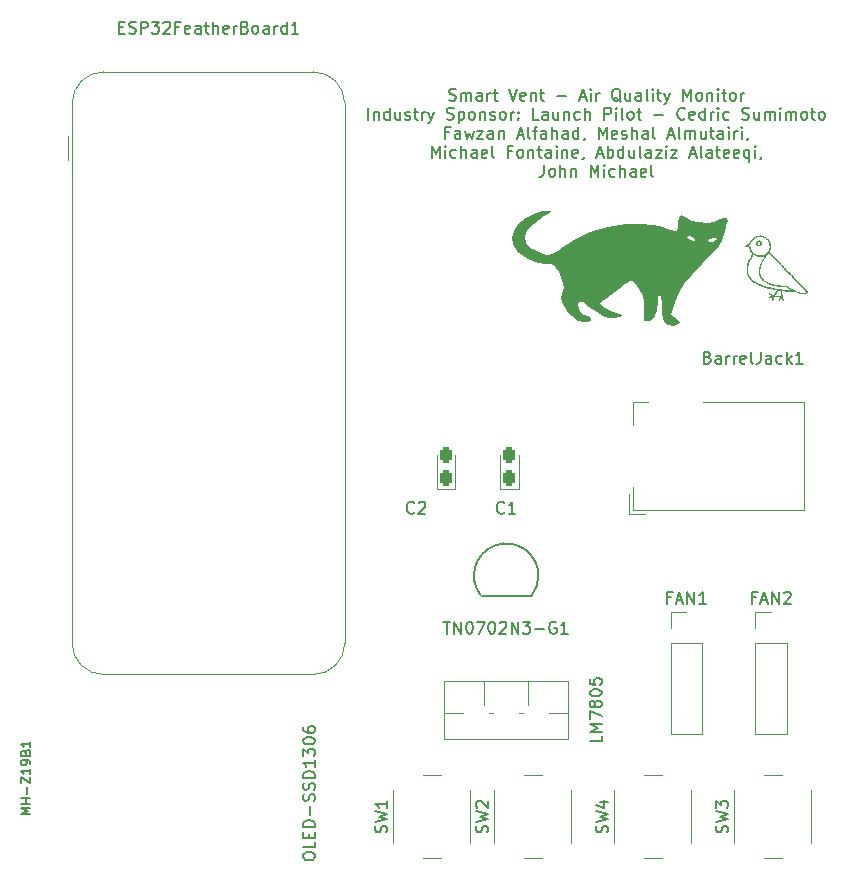
<source format=gbr>
%TF.GenerationSoftware,KiCad,Pcbnew,7.0.6*%
%TF.CreationDate,2024-05-09T00:55:35-07:00*%
%TF.ProjectId,PCB final,50434220-6669-46e6-916c-2e6b69636164,rev?*%
%TF.SameCoordinates,Original*%
%TF.FileFunction,Legend,Top*%
%TF.FilePolarity,Positive*%
%FSLAX46Y46*%
G04 Gerber Fmt 4.6, Leading zero omitted, Abs format (unit mm)*
G04 Created by KiCad (PCBNEW 7.0.6) date 2024-05-09 00:55:35*
%MOMM*%
%LPD*%
G01*
G04 APERTURE LIST*
G04 Aperture macros list*
%AMRoundRect*
0 Rectangle with rounded corners*
0 $1 Rounding radius*
0 $2 $3 $4 $5 $6 $7 $8 $9 X,Y pos of 4 corners*
0 Add a 4 corners polygon primitive as box body*
4,1,4,$2,$3,$4,$5,$6,$7,$8,$9,$2,$3,0*
0 Add four circle primitives for the rounded corners*
1,1,$1+$1,$2,$3*
1,1,$1+$1,$4,$5*
1,1,$1+$1,$6,$7*
1,1,$1+$1,$8,$9*
0 Add four rect primitives between the rounded corners*
20,1,$1+$1,$2,$3,$4,$5,0*
20,1,$1+$1,$4,$5,$6,$7,0*
20,1,$1+$1,$6,$7,$8,$9,0*
20,1,$1+$1,$8,$9,$2,$3,0*%
G04 Aperture macros list end*
%ADD10C,0.200000*%
%ADD11C,0.150000*%
%ADD12C,0.120000*%
%ADD13C,0.152400*%
%ADD14C,3.200000*%
%ADD15R,1.700000X1.700000*%
%ADD16O,1.700000X1.700000*%
%ADD17C,2.000000*%
%ADD18C,1.320800*%
%ADD19RoundRect,0.250000X0.275000X-0.400000X0.275000X0.400000X-0.275000X0.400000X-0.275000X-0.400000X0*%
%ADD20R,2.000000X4.600000*%
%ADD21O,2.000000X4.200000*%
%ADD22O,4.200000X2.000000*%
%ADD23R,1.600000X1.600000*%
%ADD24C,1.600000*%
%ADD25R,1.905000X2.000000*%
%ADD26O,1.905000X2.000000*%
%ADD27C,1.700000*%
%ADD28C,1.712000*%
G04 APERTURE END LIST*
D10*
X71367617Y-72119600D02*
X71510474Y-72167219D01*
X71510474Y-72167219D02*
X71748569Y-72167219D01*
X71748569Y-72167219D02*
X71843807Y-72119600D01*
X71843807Y-72119600D02*
X71891426Y-72071980D01*
X71891426Y-72071980D02*
X71939045Y-71976742D01*
X71939045Y-71976742D02*
X71939045Y-71881504D01*
X71939045Y-71881504D02*
X71891426Y-71786266D01*
X71891426Y-71786266D02*
X71843807Y-71738647D01*
X71843807Y-71738647D02*
X71748569Y-71691028D01*
X71748569Y-71691028D02*
X71558093Y-71643409D01*
X71558093Y-71643409D02*
X71462855Y-71595790D01*
X71462855Y-71595790D02*
X71415236Y-71548171D01*
X71415236Y-71548171D02*
X71367617Y-71452933D01*
X71367617Y-71452933D02*
X71367617Y-71357695D01*
X71367617Y-71357695D02*
X71415236Y-71262457D01*
X71415236Y-71262457D02*
X71462855Y-71214838D01*
X71462855Y-71214838D02*
X71558093Y-71167219D01*
X71558093Y-71167219D02*
X71796188Y-71167219D01*
X71796188Y-71167219D02*
X71939045Y-71214838D01*
X72367617Y-72167219D02*
X72367617Y-71500552D01*
X72367617Y-71595790D02*
X72415236Y-71548171D01*
X72415236Y-71548171D02*
X72510474Y-71500552D01*
X72510474Y-71500552D02*
X72653331Y-71500552D01*
X72653331Y-71500552D02*
X72748569Y-71548171D01*
X72748569Y-71548171D02*
X72796188Y-71643409D01*
X72796188Y-71643409D02*
X72796188Y-72167219D01*
X72796188Y-71643409D02*
X72843807Y-71548171D01*
X72843807Y-71548171D02*
X72939045Y-71500552D01*
X72939045Y-71500552D02*
X73081902Y-71500552D01*
X73081902Y-71500552D02*
X73177141Y-71548171D01*
X73177141Y-71548171D02*
X73224760Y-71643409D01*
X73224760Y-71643409D02*
X73224760Y-72167219D01*
X74129521Y-72167219D02*
X74129521Y-71643409D01*
X74129521Y-71643409D02*
X74081902Y-71548171D01*
X74081902Y-71548171D02*
X73986664Y-71500552D01*
X73986664Y-71500552D02*
X73796188Y-71500552D01*
X73796188Y-71500552D02*
X73700950Y-71548171D01*
X74129521Y-72119600D02*
X74034283Y-72167219D01*
X74034283Y-72167219D02*
X73796188Y-72167219D01*
X73796188Y-72167219D02*
X73700950Y-72119600D01*
X73700950Y-72119600D02*
X73653331Y-72024361D01*
X73653331Y-72024361D02*
X73653331Y-71929123D01*
X73653331Y-71929123D02*
X73700950Y-71833885D01*
X73700950Y-71833885D02*
X73796188Y-71786266D01*
X73796188Y-71786266D02*
X74034283Y-71786266D01*
X74034283Y-71786266D02*
X74129521Y-71738647D01*
X74605712Y-72167219D02*
X74605712Y-71500552D01*
X74605712Y-71691028D02*
X74653331Y-71595790D01*
X74653331Y-71595790D02*
X74700950Y-71548171D01*
X74700950Y-71548171D02*
X74796188Y-71500552D01*
X74796188Y-71500552D02*
X74891426Y-71500552D01*
X75081903Y-71500552D02*
X75462855Y-71500552D01*
X75224760Y-71167219D02*
X75224760Y-72024361D01*
X75224760Y-72024361D02*
X75272379Y-72119600D01*
X75272379Y-72119600D02*
X75367617Y-72167219D01*
X75367617Y-72167219D02*
X75462855Y-72167219D01*
X76415237Y-71167219D02*
X76748570Y-72167219D01*
X76748570Y-72167219D02*
X77081903Y-71167219D01*
X77796189Y-72119600D02*
X77700951Y-72167219D01*
X77700951Y-72167219D02*
X77510475Y-72167219D01*
X77510475Y-72167219D02*
X77415237Y-72119600D01*
X77415237Y-72119600D02*
X77367618Y-72024361D01*
X77367618Y-72024361D02*
X77367618Y-71643409D01*
X77367618Y-71643409D02*
X77415237Y-71548171D01*
X77415237Y-71548171D02*
X77510475Y-71500552D01*
X77510475Y-71500552D02*
X77700951Y-71500552D01*
X77700951Y-71500552D02*
X77796189Y-71548171D01*
X77796189Y-71548171D02*
X77843808Y-71643409D01*
X77843808Y-71643409D02*
X77843808Y-71738647D01*
X77843808Y-71738647D02*
X77367618Y-71833885D01*
X78272380Y-71500552D02*
X78272380Y-72167219D01*
X78272380Y-71595790D02*
X78319999Y-71548171D01*
X78319999Y-71548171D02*
X78415237Y-71500552D01*
X78415237Y-71500552D02*
X78558094Y-71500552D01*
X78558094Y-71500552D02*
X78653332Y-71548171D01*
X78653332Y-71548171D02*
X78700951Y-71643409D01*
X78700951Y-71643409D02*
X78700951Y-72167219D01*
X79034285Y-71500552D02*
X79415237Y-71500552D01*
X79177142Y-71167219D02*
X79177142Y-72024361D01*
X79177142Y-72024361D02*
X79224761Y-72119600D01*
X79224761Y-72119600D02*
X79319999Y-72167219D01*
X79319999Y-72167219D02*
X79415237Y-72167219D01*
X80510476Y-71786266D02*
X81272381Y-71786266D01*
X82462857Y-71881504D02*
X82939047Y-71881504D01*
X82367619Y-72167219D02*
X82700952Y-71167219D01*
X82700952Y-71167219D02*
X83034285Y-72167219D01*
X83367619Y-72167219D02*
X83367619Y-71500552D01*
X83367619Y-71167219D02*
X83320000Y-71214838D01*
X83320000Y-71214838D02*
X83367619Y-71262457D01*
X83367619Y-71262457D02*
X83415238Y-71214838D01*
X83415238Y-71214838D02*
X83367619Y-71167219D01*
X83367619Y-71167219D02*
X83367619Y-71262457D01*
X83843809Y-72167219D02*
X83843809Y-71500552D01*
X83843809Y-71691028D02*
X83891428Y-71595790D01*
X83891428Y-71595790D02*
X83939047Y-71548171D01*
X83939047Y-71548171D02*
X84034285Y-71500552D01*
X84034285Y-71500552D02*
X84129523Y-71500552D01*
X85891428Y-72262457D02*
X85796190Y-72214838D01*
X85796190Y-72214838D02*
X85700952Y-72119600D01*
X85700952Y-72119600D02*
X85558095Y-71976742D01*
X85558095Y-71976742D02*
X85462857Y-71929123D01*
X85462857Y-71929123D02*
X85367619Y-71929123D01*
X85415238Y-72167219D02*
X85320000Y-72119600D01*
X85320000Y-72119600D02*
X85224762Y-72024361D01*
X85224762Y-72024361D02*
X85177143Y-71833885D01*
X85177143Y-71833885D02*
X85177143Y-71500552D01*
X85177143Y-71500552D02*
X85224762Y-71310076D01*
X85224762Y-71310076D02*
X85320000Y-71214838D01*
X85320000Y-71214838D02*
X85415238Y-71167219D01*
X85415238Y-71167219D02*
X85605714Y-71167219D01*
X85605714Y-71167219D02*
X85700952Y-71214838D01*
X85700952Y-71214838D02*
X85796190Y-71310076D01*
X85796190Y-71310076D02*
X85843809Y-71500552D01*
X85843809Y-71500552D02*
X85843809Y-71833885D01*
X85843809Y-71833885D02*
X85796190Y-72024361D01*
X85796190Y-72024361D02*
X85700952Y-72119600D01*
X85700952Y-72119600D02*
X85605714Y-72167219D01*
X85605714Y-72167219D02*
X85415238Y-72167219D01*
X86700952Y-71500552D02*
X86700952Y-72167219D01*
X86272381Y-71500552D02*
X86272381Y-72024361D01*
X86272381Y-72024361D02*
X86320000Y-72119600D01*
X86320000Y-72119600D02*
X86415238Y-72167219D01*
X86415238Y-72167219D02*
X86558095Y-72167219D01*
X86558095Y-72167219D02*
X86653333Y-72119600D01*
X86653333Y-72119600D02*
X86700952Y-72071980D01*
X87605714Y-72167219D02*
X87605714Y-71643409D01*
X87605714Y-71643409D02*
X87558095Y-71548171D01*
X87558095Y-71548171D02*
X87462857Y-71500552D01*
X87462857Y-71500552D02*
X87272381Y-71500552D01*
X87272381Y-71500552D02*
X87177143Y-71548171D01*
X87605714Y-72119600D02*
X87510476Y-72167219D01*
X87510476Y-72167219D02*
X87272381Y-72167219D01*
X87272381Y-72167219D02*
X87177143Y-72119600D01*
X87177143Y-72119600D02*
X87129524Y-72024361D01*
X87129524Y-72024361D02*
X87129524Y-71929123D01*
X87129524Y-71929123D02*
X87177143Y-71833885D01*
X87177143Y-71833885D02*
X87272381Y-71786266D01*
X87272381Y-71786266D02*
X87510476Y-71786266D01*
X87510476Y-71786266D02*
X87605714Y-71738647D01*
X88224762Y-72167219D02*
X88129524Y-72119600D01*
X88129524Y-72119600D02*
X88081905Y-72024361D01*
X88081905Y-72024361D02*
X88081905Y-71167219D01*
X88605715Y-72167219D02*
X88605715Y-71500552D01*
X88605715Y-71167219D02*
X88558096Y-71214838D01*
X88558096Y-71214838D02*
X88605715Y-71262457D01*
X88605715Y-71262457D02*
X88653334Y-71214838D01*
X88653334Y-71214838D02*
X88605715Y-71167219D01*
X88605715Y-71167219D02*
X88605715Y-71262457D01*
X88939048Y-71500552D02*
X89320000Y-71500552D01*
X89081905Y-71167219D02*
X89081905Y-72024361D01*
X89081905Y-72024361D02*
X89129524Y-72119600D01*
X89129524Y-72119600D02*
X89224762Y-72167219D01*
X89224762Y-72167219D02*
X89320000Y-72167219D01*
X89558096Y-71500552D02*
X89796191Y-72167219D01*
X90034286Y-71500552D02*
X89796191Y-72167219D01*
X89796191Y-72167219D02*
X89700953Y-72405314D01*
X89700953Y-72405314D02*
X89653334Y-72452933D01*
X89653334Y-72452933D02*
X89558096Y-72500552D01*
X91177144Y-72167219D02*
X91177144Y-71167219D01*
X91177144Y-71167219D02*
X91510477Y-71881504D01*
X91510477Y-71881504D02*
X91843810Y-71167219D01*
X91843810Y-71167219D02*
X91843810Y-72167219D01*
X92462858Y-72167219D02*
X92367620Y-72119600D01*
X92367620Y-72119600D02*
X92320001Y-72071980D01*
X92320001Y-72071980D02*
X92272382Y-71976742D01*
X92272382Y-71976742D02*
X92272382Y-71691028D01*
X92272382Y-71691028D02*
X92320001Y-71595790D01*
X92320001Y-71595790D02*
X92367620Y-71548171D01*
X92367620Y-71548171D02*
X92462858Y-71500552D01*
X92462858Y-71500552D02*
X92605715Y-71500552D01*
X92605715Y-71500552D02*
X92700953Y-71548171D01*
X92700953Y-71548171D02*
X92748572Y-71595790D01*
X92748572Y-71595790D02*
X92796191Y-71691028D01*
X92796191Y-71691028D02*
X92796191Y-71976742D01*
X92796191Y-71976742D02*
X92748572Y-72071980D01*
X92748572Y-72071980D02*
X92700953Y-72119600D01*
X92700953Y-72119600D02*
X92605715Y-72167219D01*
X92605715Y-72167219D02*
X92462858Y-72167219D01*
X93224763Y-71500552D02*
X93224763Y-72167219D01*
X93224763Y-71595790D02*
X93272382Y-71548171D01*
X93272382Y-71548171D02*
X93367620Y-71500552D01*
X93367620Y-71500552D02*
X93510477Y-71500552D01*
X93510477Y-71500552D02*
X93605715Y-71548171D01*
X93605715Y-71548171D02*
X93653334Y-71643409D01*
X93653334Y-71643409D02*
X93653334Y-72167219D01*
X94129525Y-72167219D02*
X94129525Y-71500552D01*
X94129525Y-71167219D02*
X94081906Y-71214838D01*
X94081906Y-71214838D02*
X94129525Y-71262457D01*
X94129525Y-71262457D02*
X94177144Y-71214838D01*
X94177144Y-71214838D02*
X94129525Y-71167219D01*
X94129525Y-71167219D02*
X94129525Y-71262457D01*
X94462858Y-71500552D02*
X94843810Y-71500552D01*
X94605715Y-71167219D02*
X94605715Y-72024361D01*
X94605715Y-72024361D02*
X94653334Y-72119600D01*
X94653334Y-72119600D02*
X94748572Y-72167219D01*
X94748572Y-72167219D02*
X94843810Y-72167219D01*
X95320001Y-72167219D02*
X95224763Y-72119600D01*
X95224763Y-72119600D02*
X95177144Y-72071980D01*
X95177144Y-72071980D02*
X95129525Y-71976742D01*
X95129525Y-71976742D02*
X95129525Y-71691028D01*
X95129525Y-71691028D02*
X95177144Y-71595790D01*
X95177144Y-71595790D02*
X95224763Y-71548171D01*
X95224763Y-71548171D02*
X95320001Y-71500552D01*
X95320001Y-71500552D02*
X95462858Y-71500552D01*
X95462858Y-71500552D02*
X95558096Y-71548171D01*
X95558096Y-71548171D02*
X95605715Y-71595790D01*
X95605715Y-71595790D02*
X95653334Y-71691028D01*
X95653334Y-71691028D02*
X95653334Y-71976742D01*
X95653334Y-71976742D02*
X95605715Y-72071980D01*
X95605715Y-72071980D02*
X95558096Y-72119600D01*
X95558096Y-72119600D02*
X95462858Y-72167219D01*
X95462858Y-72167219D02*
X95320001Y-72167219D01*
X96081906Y-72167219D02*
X96081906Y-71500552D01*
X96081906Y-71691028D02*
X96129525Y-71595790D01*
X96129525Y-71595790D02*
X96177144Y-71548171D01*
X96177144Y-71548171D02*
X96272382Y-71500552D01*
X96272382Y-71500552D02*
X96367620Y-71500552D01*
X64510474Y-73777219D02*
X64510474Y-72777219D01*
X64986664Y-73110552D02*
X64986664Y-73777219D01*
X64986664Y-73205790D02*
X65034283Y-73158171D01*
X65034283Y-73158171D02*
X65129521Y-73110552D01*
X65129521Y-73110552D02*
X65272378Y-73110552D01*
X65272378Y-73110552D02*
X65367616Y-73158171D01*
X65367616Y-73158171D02*
X65415235Y-73253409D01*
X65415235Y-73253409D02*
X65415235Y-73777219D01*
X66319997Y-73777219D02*
X66319997Y-72777219D01*
X66319997Y-73729600D02*
X66224759Y-73777219D01*
X66224759Y-73777219D02*
X66034283Y-73777219D01*
X66034283Y-73777219D02*
X65939045Y-73729600D01*
X65939045Y-73729600D02*
X65891426Y-73681980D01*
X65891426Y-73681980D02*
X65843807Y-73586742D01*
X65843807Y-73586742D02*
X65843807Y-73301028D01*
X65843807Y-73301028D02*
X65891426Y-73205790D01*
X65891426Y-73205790D02*
X65939045Y-73158171D01*
X65939045Y-73158171D02*
X66034283Y-73110552D01*
X66034283Y-73110552D02*
X66224759Y-73110552D01*
X66224759Y-73110552D02*
X66319997Y-73158171D01*
X67224759Y-73110552D02*
X67224759Y-73777219D01*
X66796188Y-73110552D02*
X66796188Y-73634361D01*
X66796188Y-73634361D02*
X66843807Y-73729600D01*
X66843807Y-73729600D02*
X66939045Y-73777219D01*
X66939045Y-73777219D02*
X67081902Y-73777219D01*
X67081902Y-73777219D02*
X67177140Y-73729600D01*
X67177140Y-73729600D02*
X67224759Y-73681980D01*
X67653331Y-73729600D02*
X67748569Y-73777219D01*
X67748569Y-73777219D02*
X67939045Y-73777219D01*
X67939045Y-73777219D02*
X68034283Y-73729600D01*
X68034283Y-73729600D02*
X68081902Y-73634361D01*
X68081902Y-73634361D02*
X68081902Y-73586742D01*
X68081902Y-73586742D02*
X68034283Y-73491504D01*
X68034283Y-73491504D02*
X67939045Y-73443885D01*
X67939045Y-73443885D02*
X67796188Y-73443885D01*
X67796188Y-73443885D02*
X67700950Y-73396266D01*
X67700950Y-73396266D02*
X67653331Y-73301028D01*
X67653331Y-73301028D02*
X67653331Y-73253409D01*
X67653331Y-73253409D02*
X67700950Y-73158171D01*
X67700950Y-73158171D02*
X67796188Y-73110552D01*
X67796188Y-73110552D02*
X67939045Y-73110552D01*
X67939045Y-73110552D02*
X68034283Y-73158171D01*
X68367617Y-73110552D02*
X68748569Y-73110552D01*
X68510474Y-72777219D02*
X68510474Y-73634361D01*
X68510474Y-73634361D02*
X68558093Y-73729600D01*
X68558093Y-73729600D02*
X68653331Y-73777219D01*
X68653331Y-73777219D02*
X68748569Y-73777219D01*
X69081903Y-73777219D02*
X69081903Y-73110552D01*
X69081903Y-73301028D02*
X69129522Y-73205790D01*
X69129522Y-73205790D02*
X69177141Y-73158171D01*
X69177141Y-73158171D02*
X69272379Y-73110552D01*
X69272379Y-73110552D02*
X69367617Y-73110552D01*
X69605713Y-73110552D02*
X69843808Y-73777219D01*
X70081903Y-73110552D02*
X69843808Y-73777219D01*
X69843808Y-73777219D02*
X69748570Y-74015314D01*
X69748570Y-74015314D02*
X69700951Y-74062933D01*
X69700951Y-74062933D02*
X69605713Y-74110552D01*
X71177142Y-73729600D02*
X71319999Y-73777219D01*
X71319999Y-73777219D02*
X71558094Y-73777219D01*
X71558094Y-73777219D02*
X71653332Y-73729600D01*
X71653332Y-73729600D02*
X71700951Y-73681980D01*
X71700951Y-73681980D02*
X71748570Y-73586742D01*
X71748570Y-73586742D02*
X71748570Y-73491504D01*
X71748570Y-73491504D02*
X71700951Y-73396266D01*
X71700951Y-73396266D02*
X71653332Y-73348647D01*
X71653332Y-73348647D02*
X71558094Y-73301028D01*
X71558094Y-73301028D02*
X71367618Y-73253409D01*
X71367618Y-73253409D02*
X71272380Y-73205790D01*
X71272380Y-73205790D02*
X71224761Y-73158171D01*
X71224761Y-73158171D02*
X71177142Y-73062933D01*
X71177142Y-73062933D02*
X71177142Y-72967695D01*
X71177142Y-72967695D02*
X71224761Y-72872457D01*
X71224761Y-72872457D02*
X71272380Y-72824838D01*
X71272380Y-72824838D02*
X71367618Y-72777219D01*
X71367618Y-72777219D02*
X71605713Y-72777219D01*
X71605713Y-72777219D02*
X71748570Y-72824838D01*
X72177142Y-73110552D02*
X72177142Y-74110552D01*
X72177142Y-73158171D02*
X72272380Y-73110552D01*
X72272380Y-73110552D02*
X72462856Y-73110552D01*
X72462856Y-73110552D02*
X72558094Y-73158171D01*
X72558094Y-73158171D02*
X72605713Y-73205790D01*
X72605713Y-73205790D02*
X72653332Y-73301028D01*
X72653332Y-73301028D02*
X72653332Y-73586742D01*
X72653332Y-73586742D02*
X72605713Y-73681980D01*
X72605713Y-73681980D02*
X72558094Y-73729600D01*
X72558094Y-73729600D02*
X72462856Y-73777219D01*
X72462856Y-73777219D02*
X72272380Y-73777219D01*
X72272380Y-73777219D02*
X72177142Y-73729600D01*
X73224761Y-73777219D02*
X73129523Y-73729600D01*
X73129523Y-73729600D02*
X73081904Y-73681980D01*
X73081904Y-73681980D02*
X73034285Y-73586742D01*
X73034285Y-73586742D02*
X73034285Y-73301028D01*
X73034285Y-73301028D02*
X73081904Y-73205790D01*
X73081904Y-73205790D02*
X73129523Y-73158171D01*
X73129523Y-73158171D02*
X73224761Y-73110552D01*
X73224761Y-73110552D02*
X73367618Y-73110552D01*
X73367618Y-73110552D02*
X73462856Y-73158171D01*
X73462856Y-73158171D02*
X73510475Y-73205790D01*
X73510475Y-73205790D02*
X73558094Y-73301028D01*
X73558094Y-73301028D02*
X73558094Y-73586742D01*
X73558094Y-73586742D02*
X73510475Y-73681980D01*
X73510475Y-73681980D02*
X73462856Y-73729600D01*
X73462856Y-73729600D02*
X73367618Y-73777219D01*
X73367618Y-73777219D02*
X73224761Y-73777219D01*
X73986666Y-73110552D02*
X73986666Y-73777219D01*
X73986666Y-73205790D02*
X74034285Y-73158171D01*
X74034285Y-73158171D02*
X74129523Y-73110552D01*
X74129523Y-73110552D02*
X74272380Y-73110552D01*
X74272380Y-73110552D02*
X74367618Y-73158171D01*
X74367618Y-73158171D02*
X74415237Y-73253409D01*
X74415237Y-73253409D02*
X74415237Y-73777219D01*
X74843809Y-73729600D02*
X74939047Y-73777219D01*
X74939047Y-73777219D02*
X75129523Y-73777219D01*
X75129523Y-73777219D02*
X75224761Y-73729600D01*
X75224761Y-73729600D02*
X75272380Y-73634361D01*
X75272380Y-73634361D02*
X75272380Y-73586742D01*
X75272380Y-73586742D02*
X75224761Y-73491504D01*
X75224761Y-73491504D02*
X75129523Y-73443885D01*
X75129523Y-73443885D02*
X74986666Y-73443885D01*
X74986666Y-73443885D02*
X74891428Y-73396266D01*
X74891428Y-73396266D02*
X74843809Y-73301028D01*
X74843809Y-73301028D02*
X74843809Y-73253409D01*
X74843809Y-73253409D02*
X74891428Y-73158171D01*
X74891428Y-73158171D02*
X74986666Y-73110552D01*
X74986666Y-73110552D02*
X75129523Y-73110552D01*
X75129523Y-73110552D02*
X75224761Y-73158171D01*
X75843809Y-73777219D02*
X75748571Y-73729600D01*
X75748571Y-73729600D02*
X75700952Y-73681980D01*
X75700952Y-73681980D02*
X75653333Y-73586742D01*
X75653333Y-73586742D02*
X75653333Y-73301028D01*
X75653333Y-73301028D02*
X75700952Y-73205790D01*
X75700952Y-73205790D02*
X75748571Y-73158171D01*
X75748571Y-73158171D02*
X75843809Y-73110552D01*
X75843809Y-73110552D02*
X75986666Y-73110552D01*
X75986666Y-73110552D02*
X76081904Y-73158171D01*
X76081904Y-73158171D02*
X76129523Y-73205790D01*
X76129523Y-73205790D02*
X76177142Y-73301028D01*
X76177142Y-73301028D02*
X76177142Y-73586742D01*
X76177142Y-73586742D02*
X76129523Y-73681980D01*
X76129523Y-73681980D02*
X76081904Y-73729600D01*
X76081904Y-73729600D02*
X75986666Y-73777219D01*
X75986666Y-73777219D02*
X75843809Y-73777219D01*
X76605714Y-73777219D02*
X76605714Y-73110552D01*
X76605714Y-73301028D02*
X76653333Y-73205790D01*
X76653333Y-73205790D02*
X76700952Y-73158171D01*
X76700952Y-73158171D02*
X76796190Y-73110552D01*
X76796190Y-73110552D02*
X76891428Y-73110552D01*
X77224762Y-73681980D02*
X77272381Y-73729600D01*
X77272381Y-73729600D02*
X77224762Y-73777219D01*
X77224762Y-73777219D02*
X77177143Y-73729600D01*
X77177143Y-73729600D02*
X77224762Y-73681980D01*
X77224762Y-73681980D02*
X77224762Y-73777219D01*
X77224762Y-73158171D02*
X77272381Y-73205790D01*
X77272381Y-73205790D02*
X77224762Y-73253409D01*
X77224762Y-73253409D02*
X77177143Y-73205790D01*
X77177143Y-73205790D02*
X77224762Y-73158171D01*
X77224762Y-73158171D02*
X77224762Y-73253409D01*
X78939047Y-73777219D02*
X78462857Y-73777219D01*
X78462857Y-73777219D02*
X78462857Y-72777219D01*
X79700952Y-73777219D02*
X79700952Y-73253409D01*
X79700952Y-73253409D02*
X79653333Y-73158171D01*
X79653333Y-73158171D02*
X79558095Y-73110552D01*
X79558095Y-73110552D02*
X79367619Y-73110552D01*
X79367619Y-73110552D02*
X79272381Y-73158171D01*
X79700952Y-73729600D02*
X79605714Y-73777219D01*
X79605714Y-73777219D02*
X79367619Y-73777219D01*
X79367619Y-73777219D02*
X79272381Y-73729600D01*
X79272381Y-73729600D02*
X79224762Y-73634361D01*
X79224762Y-73634361D02*
X79224762Y-73539123D01*
X79224762Y-73539123D02*
X79272381Y-73443885D01*
X79272381Y-73443885D02*
X79367619Y-73396266D01*
X79367619Y-73396266D02*
X79605714Y-73396266D01*
X79605714Y-73396266D02*
X79700952Y-73348647D01*
X80605714Y-73110552D02*
X80605714Y-73777219D01*
X80177143Y-73110552D02*
X80177143Y-73634361D01*
X80177143Y-73634361D02*
X80224762Y-73729600D01*
X80224762Y-73729600D02*
X80320000Y-73777219D01*
X80320000Y-73777219D02*
X80462857Y-73777219D01*
X80462857Y-73777219D02*
X80558095Y-73729600D01*
X80558095Y-73729600D02*
X80605714Y-73681980D01*
X81081905Y-73110552D02*
X81081905Y-73777219D01*
X81081905Y-73205790D02*
X81129524Y-73158171D01*
X81129524Y-73158171D02*
X81224762Y-73110552D01*
X81224762Y-73110552D02*
X81367619Y-73110552D01*
X81367619Y-73110552D02*
X81462857Y-73158171D01*
X81462857Y-73158171D02*
X81510476Y-73253409D01*
X81510476Y-73253409D02*
X81510476Y-73777219D01*
X82415238Y-73729600D02*
X82320000Y-73777219D01*
X82320000Y-73777219D02*
X82129524Y-73777219D01*
X82129524Y-73777219D02*
X82034286Y-73729600D01*
X82034286Y-73729600D02*
X81986667Y-73681980D01*
X81986667Y-73681980D02*
X81939048Y-73586742D01*
X81939048Y-73586742D02*
X81939048Y-73301028D01*
X81939048Y-73301028D02*
X81986667Y-73205790D01*
X81986667Y-73205790D02*
X82034286Y-73158171D01*
X82034286Y-73158171D02*
X82129524Y-73110552D01*
X82129524Y-73110552D02*
X82320000Y-73110552D01*
X82320000Y-73110552D02*
X82415238Y-73158171D01*
X82843810Y-73777219D02*
X82843810Y-72777219D01*
X83272381Y-73777219D02*
X83272381Y-73253409D01*
X83272381Y-73253409D02*
X83224762Y-73158171D01*
X83224762Y-73158171D02*
X83129524Y-73110552D01*
X83129524Y-73110552D02*
X82986667Y-73110552D01*
X82986667Y-73110552D02*
X82891429Y-73158171D01*
X82891429Y-73158171D02*
X82843810Y-73205790D01*
X84510477Y-73777219D02*
X84510477Y-72777219D01*
X84510477Y-72777219D02*
X84891429Y-72777219D01*
X84891429Y-72777219D02*
X84986667Y-72824838D01*
X84986667Y-72824838D02*
X85034286Y-72872457D01*
X85034286Y-72872457D02*
X85081905Y-72967695D01*
X85081905Y-72967695D02*
X85081905Y-73110552D01*
X85081905Y-73110552D02*
X85034286Y-73205790D01*
X85034286Y-73205790D02*
X84986667Y-73253409D01*
X84986667Y-73253409D02*
X84891429Y-73301028D01*
X84891429Y-73301028D02*
X84510477Y-73301028D01*
X85510477Y-73777219D02*
X85510477Y-73110552D01*
X85510477Y-72777219D02*
X85462858Y-72824838D01*
X85462858Y-72824838D02*
X85510477Y-72872457D01*
X85510477Y-72872457D02*
X85558096Y-72824838D01*
X85558096Y-72824838D02*
X85510477Y-72777219D01*
X85510477Y-72777219D02*
X85510477Y-72872457D01*
X86129524Y-73777219D02*
X86034286Y-73729600D01*
X86034286Y-73729600D02*
X85986667Y-73634361D01*
X85986667Y-73634361D02*
X85986667Y-72777219D01*
X86653334Y-73777219D02*
X86558096Y-73729600D01*
X86558096Y-73729600D02*
X86510477Y-73681980D01*
X86510477Y-73681980D02*
X86462858Y-73586742D01*
X86462858Y-73586742D02*
X86462858Y-73301028D01*
X86462858Y-73301028D02*
X86510477Y-73205790D01*
X86510477Y-73205790D02*
X86558096Y-73158171D01*
X86558096Y-73158171D02*
X86653334Y-73110552D01*
X86653334Y-73110552D02*
X86796191Y-73110552D01*
X86796191Y-73110552D02*
X86891429Y-73158171D01*
X86891429Y-73158171D02*
X86939048Y-73205790D01*
X86939048Y-73205790D02*
X86986667Y-73301028D01*
X86986667Y-73301028D02*
X86986667Y-73586742D01*
X86986667Y-73586742D02*
X86939048Y-73681980D01*
X86939048Y-73681980D02*
X86891429Y-73729600D01*
X86891429Y-73729600D02*
X86796191Y-73777219D01*
X86796191Y-73777219D02*
X86653334Y-73777219D01*
X87272382Y-73110552D02*
X87653334Y-73110552D01*
X87415239Y-72777219D02*
X87415239Y-73634361D01*
X87415239Y-73634361D02*
X87462858Y-73729600D01*
X87462858Y-73729600D02*
X87558096Y-73777219D01*
X87558096Y-73777219D02*
X87653334Y-73777219D01*
X88748573Y-73396266D02*
X89510478Y-73396266D01*
X91320001Y-73681980D02*
X91272382Y-73729600D01*
X91272382Y-73729600D02*
X91129525Y-73777219D01*
X91129525Y-73777219D02*
X91034287Y-73777219D01*
X91034287Y-73777219D02*
X90891430Y-73729600D01*
X90891430Y-73729600D02*
X90796192Y-73634361D01*
X90796192Y-73634361D02*
X90748573Y-73539123D01*
X90748573Y-73539123D02*
X90700954Y-73348647D01*
X90700954Y-73348647D02*
X90700954Y-73205790D01*
X90700954Y-73205790D02*
X90748573Y-73015314D01*
X90748573Y-73015314D02*
X90796192Y-72920076D01*
X90796192Y-72920076D02*
X90891430Y-72824838D01*
X90891430Y-72824838D02*
X91034287Y-72777219D01*
X91034287Y-72777219D02*
X91129525Y-72777219D01*
X91129525Y-72777219D02*
X91272382Y-72824838D01*
X91272382Y-72824838D02*
X91320001Y-72872457D01*
X92129525Y-73729600D02*
X92034287Y-73777219D01*
X92034287Y-73777219D02*
X91843811Y-73777219D01*
X91843811Y-73777219D02*
X91748573Y-73729600D01*
X91748573Y-73729600D02*
X91700954Y-73634361D01*
X91700954Y-73634361D02*
X91700954Y-73253409D01*
X91700954Y-73253409D02*
X91748573Y-73158171D01*
X91748573Y-73158171D02*
X91843811Y-73110552D01*
X91843811Y-73110552D02*
X92034287Y-73110552D01*
X92034287Y-73110552D02*
X92129525Y-73158171D01*
X92129525Y-73158171D02*
X92177144Y-73253409D01*
X92177144Y-73253409D02*
X92177144Y-73348647D01*
X92177144Y-73348647D02*
X91700954Y-73443885D01*
X93034287Y-73777219D02*
X93034287Y-72777219D01*
X93034287Y-73729600D02*
X92939049Y-73777219D01*
X92939049Y-73777219D02*
X92748573Y-73777219D01*
X92748573Y-73777219D02*
X92653335Y-73729600D01*
X92653335Y-73729600D02*
X92605716Y-73681980D01*
X92605716Y-73681980D02*
X92558097Y-73586742D01*
X92558097Y-73586742D02*
X92558097Y-73301028D01*
X92558097Y-73301028D02*
X92605716Y-73205790D01*
X92605716Y-73205790D02*
X92653335Y-73158171D01*
X92653335Y-73158171D02*
X92748573Y-73110552D01*
X92748573Y-73110552D02*
X92939049Y-73110552D01*
X92939049Y-73110552D02*
X93034287Y-73158171D01*
X93510478Y-73777219D02*
X93510478Y-73110552D01*
X93510478Y-73301028D02*
X93558097Y-73205790D01*
X93558097Y-73205790D02*
X93605716Y-73158171D01*
X93605716Y-73158171D02*
X93700954Y-73110552D01*
X93700954Y-73110552D02*
X93796192Y-73110552D01*
X94129526Y-73777219D02*
X94129526Y-73110552D01*
X94129526Y-72777219D02*
X94081907Y-72824838D01*
X94081907Y-72824838D02*
X94129526Y-72872457D01*
X94129526Y-72872457D02*
X94177145Y-72824838D01*
X94177145Y-72824838D02*
X94129526Y-72777219D01*
X94129526Y-72777219D02*
X94129526Y-72872457D01*
X95034287Y-73729600D02*
X94939049Y-73777219D01*
X94939049Y-73777219D02*
X94748573Y-73777219D01*
X94748573Y-73777219D02*
X94653335Y-73729600D01*
X94653335Y-73729600D02*
X94605716Y-73681980D01*
X94605716Y-73681980D02*
X94558097Y-73586742D01*
X94558097Y-73586742D02*
X94558097Y-73301028D01*
X94558097Y-73301028D02*
X94605716Y-73205790D01*
X94605716Y-73205790D02*
X94653335Y-73158171D01*
X94653335Y-73158171D02*
X94748573Y-73110552D01*
X94748573Y-73110552D02*
X94939049Y-73110552D01*
X94939049Y-73110552D02*
X95034287Y-73158171D01*
X96177145Y-73729600D02*
X96320002Y-73777219D01*
X96320002Y-73777219D02*
X96558097Y-73777219D01*
X96558097Y-73777219D02*
X96653335Y-73729600D01*
X96653335Y-73729600D02*
X96700954Y-73681980D01*
X96700954Y-73681980D02*
X96748573Y-73586742D01*
X96748573Y-73586742D02*
X96748573Y-73491504D01*
X96748573Y-73491504D02*
X96700954Y-73396266D01*
X96700954Y-73396266D02*
X96653335Y-73348647D01*
X96653335Y-73348647D02*
X96558097Y-73301028D01*
X96558097Y-73301028D02*
X96367621Y-73253409D01*
X96367621Y-73253409D02*
X96272383Y-73205790D01*
X96272383Y-73205790D02*
X96224764Y-73158171D01*
X96224764Y-73158171D02*
X96177145Y-73062933D01*
X96177145Y-73062933D02*
X96177145Y-72967695D01*
X96177145Y-72967695D02*
X96224764Y-72872457D01*
X96224764Y-72872457D02*
X96272383Y-72824838D01*
X96272383Y-72824838D02*
X96367621Y-72777219D01*
X96367621Y-72777219D02*
X96605716Y-72777219D01*
X96605716Y-72777219D02*
X96748573Y-72824838D01*
X97605716Y-73110552D02*
X97605716Y-73777219D01*
X97177145Y-73110552D02*
X97177145Y-73634361D01*
X97177145Y-73634361D02*
X97224764Y-73729600D01*
X97224764Y-73729600D02*
X97320002Y-73777219D01*
X97320002Y-73777219D02*
X97462859Y-73777219D01*
X97462859Y-73777219D02*
X97558097Y-73729600D01*
X97558097Y-73729600D02*
X97605716Y-73681980D01*
X98081907Y-73777219D02*
X98081907Y-73110552D01*
X98081907Y-73205790D02*
X98129526Y-73158171D01*
X98129526Y-73158171D02*
X98224764Y-73110552D01*
X98224764Y-73110552D02*
X98367621Y-73110552D01*
X98367621Y-73110552D02*
X98462859Y-73158171D01*
X98462859Y-73158171D02*
X98510478Y-73253409D01*
X98510478Y-73253409D02*
X98510478Y-73777219D01*
X98510478Y-73253409D02*
X98558097Y-73158171D01*
X98558097Y-73158171D02*
X98653335Y-73110552D01*
X98653335Y-73110552D02*
X98796192Y-73110552D01*
X98796192Y-73110552D02*
X98891431Y-73158171D01*
X98891431Y-73158171D02*
X98939050Y-73253409D01*
X98939050Y-73253409D02*
X98939050Y-73777219D01*
X99415240Y-73777219D02*
X99415240Y-73110552D01*
X99415240Y-72777219D02*
X99367621Y-72824838D01*
X99367621Y-72824838D02*
X99415240Y-72872457D01*
X99415240Y-72872457D02*
X99462859Y-72824838D01*
X99462859Y-72824838D02*
X99415240Y-72777219D01*
X99415240Y-72777219D02*
X99415240Y-72872457D01*
X99891430Y-73777219D02*
X99891430Y-73110552D01*
X99891430Y-73205790D02*
X99939049Y-73158171D01*
X99939049Y-73158171D02*
X100034287Y-73110552D01*
X100034287Y-73110552D02*
X100177144Y-73110552D01*
X100177144Y-73110552D02*
X100272382Y-73158171D01*
X100272382Y-73158171D02*
X100320001Y-73253409D01*
X100320001Y-73253409D02*
X100320001Y-73777219D01*
X100320001Y-73253409D02*
X100367620Y-73158171D01*
X100367620Y-73158171D02*
X100462858Y-73110552D01*
X100462858Y-73110552D02*
X100605715Y-73110552D01*
X100605715Y-73110552D02*
X100700954Y-73158171D01*
X100700954Y-73158171D02*
X100748573Y-73253409D01*
X100748573Y-73253409D02*
X100748573Y-73777219D01*
X101367620Y-73777219D02*
X101272382Y-73729600D01*
X101272382Y-73729600D02*
X101224763Y-73681980D01*
X101224763Y-73681980D02*
X101177144Y-73586742D01*
X101177144Y-73586742D02*
X101177144Y-73301028D01*
X101177144Y-73301028D02*
X101224763Y-73205790D01*
X101224763Y-73205790D02*
X101272382Y-73158171D01*
X101272382Y-73158171D02*
X101367620Y-73110552D01*
X101367620Y-73110552D02*
X101510477Y-73110552D01*
X101510477Y-73110552D02*
X101605715Y-73158171D01*
X101605715Y-73158171D02*
X101653334Y-73205790D01*
X101653334Y-73205790D02*
X101700953Y-73301028D01*
X101700953Y-73301028D02*
X101700953Y-73586742D01*
X101700953Y-73586742D02*
X101653334Y-73681980D01*
X101653334Y-73681980D02*
X101605715Y-73729600D01*
X101605715Y-73729600D02*
X101510477Y-73777219D01*
X101510477Y-73777219D02*
X101367620Y-73777219D01*
X101986668Y-73110552D02*
X102367620Y-73110552D01*
X102129525Y-72777219D02*
X102129525Y-73634361D01*
X102129525Y-73634361D02*
X102177144Y-73729600D01*
X102177144Y-73729600D02*
X102272382Y-73777219D01*
X102272382Y-73777219D02*
X102367620Y-73777219D01*
X102843811Y-73777219D02*
X102748573Y-73729600D01*
X102748573Y-73729600D02*
X102700954Y-73681980D01*
X102700954Y-73681980D02*
X102653335Y-73586742D01*
X102653335Y-73586742D02*
X102653335Y-73301028D01*
X102653335Y-73301028D02*
X102700954Y-73205790D01*
X102700954Y-73205790D02*
X102748573Y-73158171D01*
X102748573Y-73158171D02*
X102843811Y-73110552D01*
X102843811Y-73110552D02*
X102986668Y-73110552D01*
X102986668Y-73110552D02*
X103081906Y-73158171D01*
X103081906Y-73158171D02*
X103129525Y-73205790D01*
X103129525Y-73205790D02*
X103177144Y-73301028D01*
X103177144Y-73301028D02*
X103177144Y-73586742D01*
X103177144Y-73586742D02*
X103129525Y-73681980D01*
X103129525Y-73681980D02*
X103081906Y-73729600D01*
X103081906Y-73729600D02*
X102986668Y-73777219D01*
X102986668Y-73777219D02*
X102843811Y-73777219D01*
X71367617Y-74863409D02*
X71034284Y-74863409D01*
X71034284Y-75387219D02*
X71034284Y-74387219D01*
X71034284Y-74387219D02*
X71510474Y-74387219D01*
X72319998Y-75387219D02*
X72319998Y-74863409D01*
X72319998Y-74863409D02*
X72272379Y-74768171D01*
X72272379Y-74768171D02*
X72177141Y-74720552D01*
X72177141Y-74720552D02*
X71986665Y-74720552D01*
X71986665Y-74720552D02*
X71891427Y-74768171D01*
X72319998Y-75339600D02*
X72224760Y-75387219D01*
X72224760Y-75387219D02*
X71986665Y-75387219D01*
X71986665Y-75387219D02*
X71891427Y-75339600D01*
X71891427Y-75339600D02*
X71843808Y-75244361D01*
X71843808Y-75244361D02*
X71843808Y-75149123D01*
X71843808Y-75149123D02*
X71891427Y-75053885D01*
X71891427Y-75053885D02*
X71986665Y-75006266D01*
X71986665Y-75006266D02*
X72224760Y-75006266D01*
X72224760Y-75006266D02*
X72319998Y-74958647D01*
X72700951Y-74720552D02*
X72891427Y-75387219D01*
X72891427Y-75387219D02*
X73081903Y-74911028D01*
X73081903Y-74911028D02*
X73272379Y-75387219D01*
X73272379Y-75387219D02*
X73462855Y-74720552D01*
X73748570Y-74720552D02*
X74272379Y-74720552D01*
X74272379Y-74720552D02*
X73748570Y-75387219D01*
X73748570Y-75387219D02*
X74272379Y-75387219D01*
X75081903Y-75387219D02*
X75081903Y-74863409D01*
X75081903Y-74863409D02*
X75034284Y-74768171D01*
X75034284Y-74768171D02*
X74939046Y-74720552D01*
X74939046Y-74720552D02*
X74748570Y-74720552D01*
X74748570Y-74720552D02*
X74653332Y-74768171D01*
X75081903Y-75339600D02*
X74986665Y-75387219D01*
X74986665Y-75387219D02*
X74748570Y-75387219D01*
X74748570Y-75387219D02*
X74653332Y-75339600D01*
X74653332Y-75339600D02*
X74605713Y-75244361D01*
X74605713Y-75244361D02*
X74605713Y-75149123D01*
X74605713Y-75149123D02*
X74653332Y-75053885D01*
X74653332Y-75053885D02*
X74748570Y-75006266D01*
X74748570Y-75006266D02*
X74986665Y-75006266D01*
X74986665Y-75006266D02*
X75081903Y-74958647D01*
X75558094Y-74720552D02*
X75558094Y-75387219D01*
X75558094Y-74815790D02*
X75605713Y-74768171D01*
X75605713Y-74768171D02*
X75700951Y-74720552D01*
X75700951Y-74720552D02*
X75843808Y-74720552D01*
X75843808Y-74720552D02*
X75939046Y-74768171D01*
X75939046Y-74768171D02*
X75986665Y-74863409D01*
X75986665Y-74863409D02*
X75986665Y-75387219D01*
X77177142Y-75101504D02*
X77653332Y-75101504D01*
X77081904Y-75387219D02*
X77415237Y-74387219D01*
X77415237Y-74387219D02*
X77748570Y-75387219D01*
X78224761Y-75387219D02*
X78129523Y-75339600D01*
X78129523Y-75339600D02*
X78081904Y-75244361D01*
X78081904Y-75244361D02*
X78081904Y-74387219D01*
X78462857Y-74720552D02*
X78843809Y-74720552D01*
X78605714Y-75387219D02*
X78605714Y-74530076D01*
X78605714Y-74530076D02*
X78653333Y-74434838D01*
X78653333Y-74434838D02*
X78748571Y-74387219D01*
X78748571Y-74387219D02*
X78843809Y-74387219D01*
X79605714Y-75387219D02*
X79605714Y-74863409D01*
X79605714Y-74863409D02*
X79558095Y-74768171D01*
X79558095Y-74768171D02*
X79462857Y-74720552D01*
X79462857Y-74720552D02*
X79272381Y-74720552D01*
X79272381Y-74720552D02*
X79177143Y-74768171D01*
X79605714Y-75339600D02*
X79510476Y-75387219D01*
X79510476Y-75387219D02*
X79272381Y-75387219D01*
X79272381Y-75387219D02*
X79177143Y-75339600D01*
X79177143Y-75339600D02*
X79129524Y-75244361D01*
X79129524Y-75244361D02*
X79129524Y-75149123D01*
X79129524Y-75149123D02*
X79177143Y-75053885D01*
X79177143Y-75053885D02*
X79272381Y-75006266D01*
X79272381Y-75006266D02*
X79510476Y-75006266D01*
X79510476Y-75006266D02*
X79605714Y-74958647D01*
X80081905Y-75387219D02*
X80081905Y-74387219D01*
X80510476Y-75387219D02*
X80510476Y-74863409D01*
X80510476Y-74863409D02*
X80462857Y-74768171D01*
X80462857Y-74768171D02*
X80367619Y-74720552D01*
X80367619Y-74720552D02*
X80224762Y-74720552D01*
X80224762Y-74720552D02*
X80129524Y-74768171D01*
X80129524Y-74768171D02*
X80081905Y-74815790D01*
X81415238Y-75387219D02*
X81415238Y-74863409D01*
X81415238Y-74863409D02*
X81367619Y-74768171D01*
X81367619Y-74768171D02*
X81272381Y-74720552D01*
X81272381Y-74720552D02*
X81081905Y-74720552D01*
X81081905Y-74720552D02*
X80986667Y-74768171D01*
X81415238Y-75339600D02*
X81320000Y-75387219D01*
X81320000Y-75387219D02*
X81081905Y-75387219D01*
X81081905Y-75387219D02*
X80986667Y-75339600D01*
X80986667Y-75339600D02*
X80939048Y-75244361D01*
X80939048Y-75244361D02*
X80939048Y-75149123D01*
X80939048Y-75149123D02*
X80986667Y-75053885D01*
X80986667Y-75053885D02*
X81081905Y-75006266D01*
X81081905Y-75006266D02*
X81320000Y-75006266D01*
X81320000Y-75006266D02*
X81415238Y-74958647D01*
X82320000Y-75387219D02*
X82320000Y-74387219D01*
X82320000Y-75339600D02*
X82224762Y-75387219D01*
X82224762Y-75387219D02*
X82034286Y-75387219D01*
X82034286Y-75387219D02*
X81939048Y-75339600D01*
X81939048Y-75339600D02*
X81891429Y-75291980D01*
X81891429Y-75291980D02*
X81843810Y-75196742D01*
X81843810Y-75196742D02*
X81843810Y-74911028D01*
X81843810Y-74911028D02*
X81891429Y-74815790D01*
X81891429Y-74815790D02*
X81939048Y-74768171D01*
X81939048Y-74768171D02*
X82034286Y-74720552D01*
X82034286Y-74720552D02*
X82224762Y-74720552D01*
X82224762Y-74720552D02*
X82320000Y-74768171D01*
X82843810Y-75339600D02*
X82843810Y-75387219D01*
X82843810Y-75387219D02*
X82796191Y-75482457D01*
X82796191Y-75482457D02*
X82748572Y-75530076D01*
X84034286Y-75387219D02*
X84034286Y-74387219D01*
X84034286Y-74387219D02*
X84367619Y-75101504D01*
X84367619Y-75101504D02*
X84700952Y-74387219D01*
X84700952Y-74387219D02*
X84700952Y-75387219D01*
X85558095Y-75339600D02*
X85462857Y-75387219D01*
X85462857Y-75387219D02*
X85272381Y-75387219D01*
X85272381Y-75387219D02*
X85177143Y-75339600D01*
X85177143Y-75339600D02*
X85129524Y-75244361D01*
X85129524Y-75244361D02*
X85129524Y-74863409D01*
X85129524Y-74863409D02*
X85177143Y-74768171D01*
X85177143Y-74768171D02*
X85272381Y-74720552D01*
X85272381Y-74720552D02*
X85462857Y-74720552D01*
X85462857Y-74720552D02*
X85558095Y-74768171D01*
X85558095Y-74768171D02*
X85605714Y-74863409D01*
X85605714Y-74863409D02*
X85605714Y-74958647D01*
X85605714Y-74958647D02*
X85129524Y-75053885D01*
X85986667Y-75339600D02*
X86081905Y-75387219D01*
X86081905Y-75387219D02*
X86272381Y-75387219D01*
X86272381Y-75387219D02*
X86367619Y-75339600D01*
X86367619Y-75339600D02*
X86415238Y-75244361D01*
X86415238Y-75244361D02*
X86415238Y-75196742D01*
X86415238Y-75196742D02*
X86367619Y-75101504D01*
X86367619Y-75101504D02*
X86272381Y-75053885D01*
X86272381Y-75053885D02*
X86129524Y-75053885D01*
X86129524Y-75053885D02*
X86034286Y-75006266D01*
X86034286Y-75006266D02*
X85986667Y-74911028D01*
X85986667Y-74911028D02*
X85986667Y-74863409D01*
X85986667Y-74863409D02*
X86034286Y-74768171D01*
X86034286Y-74768171D02*
X86129524Y-74720552D01*
X86129524Y-74720552D02*
X86272381Y-74720552D01*
X86272381Y-74720552D02*
X86367619Y-74768171D01*
X86843810Y-75387219D02*
X86843810Y-74387219D01*
X87272381Y-75387219D02*
X87272381Y-74863409D01*
X87272381Y-74863409D02*
X87224762Y-74768171D01*
X87224762Y-74768171D02*
X87129524Y-74720552D01*
X87129524Y-74720552D02*
X86986667Y-74720552D01*
X86986667Y-74720552D02*
X86891429Y-74768171D01*
X86891429Y-74768171D02*
X86843810Y-74815790D01*
X88177143Y-75387219D02*
X88177143Y-74863409D01*
X88177143Y-74863409D02*
X88129524Y-74768171D01*
X88129524Y-74768171D02*
X88034286Y-74720552D01*
X88034286Y-74720552D02*
X87843810Y-74720552D01*
X87843810Y-74720552D02*
X87748572Y-74768171D01*
X88177143Y-75339600D02*
X88081905Y-75387219D01*
X88081905Y-75387219D02*
X87843810Y-75387219D01*
X87843810Y-75387219D02*
X87748572Y-75339600D01*
X87748572Y-75339600D02*
X87700953Y-75244361D01*
X87700953Y-75244361D02*
X87700953Y-75149123D01*
X87700953Y-75149123D02*
X87748572Y-75053885D01*
X87748572Y-75053885D02*
X87843810Y-75006266D01*
X87843810Y-75006266D02*
X88081905Y-75006266D01*
X88081905Y-75006266D02*
X88177143Y-74958647D01*
X88796191Y-75387219D02*
X88700953Y-75339600D01*
X88700953Y-75339600D02*
X88653334Y-75244361D01*
X88653334Y-75244361D02*
X88653334Y-74387219D01*
X89891430Y-75101504D02*
X90367620Y-75101504D01*
X89796192Y-75387219D02*
X90129525Y-74387219D01*
X90129525Y-74387219D02*
X90462858Y-75387219D01*
X90939049Y-75387219D02*
X90843811Y-75339600D01*
X90843811Y-75339600D02*
X90796192Y-75244361D01*
X90796192Y-75244361D02*
X90796192Y-74387219D01*
X91320002Y-75387219D02*
X91320002Y-74720552D01*
X91320002Y-74815790D02*
X91367621Y-74768171D01*
X91367621Y-74768171D02*
X91462859Y-74720552D01*
X91462859Y-74720552D02*
X91605716Y-74720552D01*
X91605716Y-74720552D02*
X91700954Y-74768171D01*
X91700954Y-74768171D02*
X91748573Y-74863409D01*
X91748573Y-74863409D02*
X91748573Y-75387219D01*
X91748573Y-74863409D02*
X91796192Y-74768171D01*
X91796192Y-74768171D02*
X91891430Y-74720552D01*
X91891430Y-74720552D02*
X92034287Y-74720552D01*
X92034287Y-74720552D02*
X92129526Y-74768171D01*
X92129526Y-74768171D02*
X92177145Y-74863409D01*
X92177145Y-74863409D02*
X92177145Y-75387219D01*
X93081906Y-74720552D02*
X93081906Y-75387219D01*
X92653335Y-74720552D02*
X92653335Y-75244361D01*
X92653335Y-75244361D02*
X92700954Y-75339600D01*
X92700954Y-75339600D02*
X92796192Y-75387219D01*
X92796192Y-75387219D02*
X92939049Y-75387219D01*
X92939049Y-75387219D02*
X93034287Y-75339600D01*
X93034287Y-75339600D02*
X93081906Y-75291980D01*
X93415240Y-74720552D02*
X93796192Y-74720552D01*
X93558097Y-74387219D02*
X93558097Y-75244361D01*
X93558097Y-75244361D02*
X93605716Y-75339600D01*
X93605716Y-75339600D02*
X93700954Y-75387219D01*
X93700954Y-75387219D02*
X93796192Y-75387219D01*
X94558097Y-75387219D02*
X94558097Y-74863409D01*
X94558097Y-74863409D02*
X94510478Y-74768171D01*
X94510478Y-74768171D02*
X94415240Y-74720552D01*
X94415240Y-74720552D02*
X94224764Y-74720552D01*
X94224764Y-74720552D02*
X94129526Y-74768171D01*
X94558097Y-75339600D02*
X94462859Y-75387219D01*
X94462859Y-75387219D02*
X94224764Y-75387219D01*
X94224764Y-75387219D02*
X94129526Y-75339600D01*
X94129526Y-75339600D02*
X94081907Y-75244361D01*
X94081907Y-75244361D02*
X94081907Y-75149123D01*
X94081907Y-75149123D02*
X94129526Y-75053885D01*
X94129526Y-75053885D02*
X94224764Y-75006266D01*
X94224764Y-75006266D02*
X94462859Y-75006266D01*
X94462859Y-75006266D02*
X94558097Y-74958647D01*
X95034288Y-75387219D02*
X95034288Y-74720552D01*
X95034288Y-74387219D02*
X94986669Y-74434838D01*
X94986669Y-74434838D02*
X95034288Y-74482457D01*
X95034288Y-74482457D02*
X95081907Y-74434838D01*
X95081907Y-74434838D02*
X95034288Y-74387219D01*
X95034288Y-74387219D02*
X95034288Y-74482457D01*
X95510478Y-75387219D02*
X95510478Y-74720552D01*
X95510478Y-74911028D02*
X95558097Y-74815790D01*
X95558097Y-74815790D02*
X95605716Y-74768171D01*
X95605716Y-74768171D02*
X95700954Y-74720552D01*
X95700954Y-74720552D02*
X95796192Y-74720552D01*
X96129526Y-75387219D02*
X96129526Y-74720552D01*
X96129526Y-74387219D02*
X96081907Y-74434838D01*
X96081907Y-74434838D02*
X96129526Y-74482457D01*
X96129526Y-74482457D02*
X96177145Y-74434838D01*
X96177145Y-74434838D02*
X96129526Y-74387219D01*
X96129526Y-74387219D02*
X96129526Y-74482457D01*
X96653335Y-75339600D02*
X96653335Y-75387219D01*
X96653335Y-75387219D02*
X96605716Y-75482457D01*
X96605716Y-75482457D02*
X96558097Y-75530076D01*
X69891427Y-76997219D02*
X69891427Y-75997219D01*
X69891427Y-75997219D02*
X70224760Y-76711504D01*
X70224760Y-76711504D02*
X70558093Y-75997219D01*
X70558093Y-75997219D02*
X70558093Y-76997219D01*
X71034284Y-76997219D02*
X71034284Y-76330552D01*
X71034284Y-75997219D02*
X70986665Y-76044838D01*
X70986665Y-76044838D02*
X71034284Y-76092457D01*
X71034284Y-76092457D02*
X71081903Y-76044838D01*
X71081903Y-76044838D02*
X71034284Y-75997219D01*
X71034284Y-75997219D02*
X71034284Y-76092457D01*
X71939045Y-76949600D02*
X71843807Y-76997219D01*
X71843807Y-76997219D02*
X71653331Y-76997219D01*
X71653331Y-76997219D02*
X71558093Y-76949600D01*
X71558093Y-76949600D02*
X71510474Y-76901980D01*
X71510474Y-76901980D02*
X71462855Y-76806742D01*
X71462855Y-76806742D02*
X71462855Y-76521028D01*
X71462855Y-76521028D02*
X71510474Y-76425790D01*
X71510474Y-76425790D02*
X71558093Y-76378171D01*
X71558093Y-76378171D02*
X71653331Y-76330552D01*
X71653331Y-76330552D02*
X71843807Y-76330552D01*
X71843807Y-76330552D02*
X71939045Y-76378171D01*
X72367617Y-76997219D02*
X72367617Y-75997219D01*
X72796188Y-76997219D02*
X72796188Y-76473409D01*
X72796188Y-76473409D02*
X72748569Y-76378171D01*
X72748569Y-76378171D02*
X72653331Y-76330552D01*
X72653331Y-76330552D02*
X72510474Y-76330552D01*
X72510474Y-76330552D02*
X72415236Y-76378171D01*
X72415236Y-76378171D02*
X72367617Y-76425790D01*
X73700950Y-76997219D02*
X73700950Y-76473409D01*
X73700950Y-76473409D02*
X73653331Y-76378171D01*
X73653331Y-76378171D02*
X73558093Y-76330552D01*
X73558093Y-76330552D02*
X73367617Y-76330552D01*
X73367617Y-76330552D02*
X73272379Y-76378171D01*
X73700950Y-76949600D02*
X73605712Y-76997219D01*
X73605712Y-76997219D02*
X73367617Y-76997219D01*
X73367617Y-76997219D02*
X73272379Y-76949600D01*
X73272379Y-76949600D02*
X73224760Y-76854361D01*
X73224760Y-76854361D02*
X73224760Y-76759123D01*
X73224760Y-76759123D02*
X73272379Y-76663885D01*
X73272379Y-76663885D02*
X73367617Y-76616266D01*
X73367617Y-76616266D02*
X73605712Y-76616266D01*
X73605712Y-76616266D02*
X73700950Y-76568647D01*
X74558093Y-76949600D02*
X74462855Y-76997219D01*
X74462855Y-76997219D02*
X74272379Y-76997219D01*
X74272379Y-76997219D02*
X74177141Y-76949600D01*
X74177141Y-76949600D02*
X74129522Y-76854361D01*
X74129522Y-76854361D02*
X74129522Y-76473409D01*
X74129522Y-76473409D02*
X74177141Y-76378171D01*
X74177141Y-76378171D02*
X74272379Y-76330552D01*
X74272379Y-76330552D02*
X74462855Y-76330552D01*
X74462855Y-76330552D02*
X74558093Y-76378171D01*
X74558093Y-76378171D02*
X74605712Y-76473409D01*
X74605712Y-76473409D02*
X74605712Y-76568647D01*
X74605712Y-76568647D02*
X74129522Y-76663885D01*
X75177141Y-76997219D02*
X75081903Y-76949600D01*
X75081903Y-76949600D02*
X75034284Y-76854361D01*
X75034284Y-76854361D02*
X75034284Y-75997219D01*
X76653332Y-76473409D02*
X76319999Y-76473409D01*
X76319999Y-76997219D02*
X76319999Y-75997219D01*
X76319999Y-75997219D02*
X76796189Y-75997219D01*
X77319999Y-76997219D02*
X77224761Y-76949600D01*
X77224761Y-76949600D02*
X77177142Y-76901980D01*
X77177142Y-76901980D02*
X77129523Y-76806742D01*
X77129523Y-76806742D02*
X77129523Y-76521028D01*
X77129523Y-76521028D02*
X77177142Y-76425790D01*
X77177142Y-76425790D02*
X77224761Y-76378171D01*
X77224761Y-76378171D02*
X77319999Y-76330552D01*
X77319999Y-76330552D02*
X77462856Y-76330552D01*
X77462856Y-76330552D02*
X77558094Y-76378171D01*
X77558094Y-76378171D02*
X77605713Y-76425790D01*
X77605713Y-76425790D02*
X77653332Y-76521028D01*
X77653332Y-76521028D02*
X77653332Y-76806742D01*
X77653332Y-76806742D02*
X77605713Y-76901980D01*
X77605713Y-76901980D02*
X77558094Y-76949600D01*
X77558094Y-76949600D02*
X77462856Y-76997219D01*
X77462856Y-76997219D02*
X77319999Y-76997219D01*
X78081904Y-76330552D02*
X78081904Y-76997219D01*
X78081904Y-76425790D02*
X78129523Y-76378171D01*
X78129523Y-76378171D02*
X78224761Y-76330552D01*
X78224761Y-76330552D02*
X78367618Y-76330552D01*
X78367618Y-76330552D02*
X78462856Y-76378171D01*
X78462856Y-76378171D02*
X78510475Y-76473409D01*
X78510475Y-76473409D02*
X78510475Y-76997219D01*
X78843809Y-76330552D02*
X79224761Y-76330552D01*
X78986666Y-75997219D02*
X78986666Y-76854361D01*
X78986666Y-76854361D02*
X79034285Y-76949600D01*
X79034285Y-76949600D02*
X79129523Y-76997219D01*
X79129523Y-76997219D02*
X79224761Y-76997219D01*
X79986666Y-76997219D02*
X79986666Y-76473409D01*
X79986666Y-76473409D02*
X79939047Y-76378171D01*
X79939047Y-76378171D02*
X79843809Y-76330552D01*
X79843809Y-76330552D02*
X79653333Y-76330552D01*
X79653333Y-76330552D02*
X79558095Y-76378171D01*
X79986666Y-76949600D02*
X79891428Y-76997219D01*
X79891428Y-76997219D02*
X79653333Y-76997219D01*
X79653333Y-76997219D02*
X79558095Y-76949600D01*
X79558095Y-76949600D02*
X79510476Y-76854361D01*
X79510476Y-76854361D02*
X79510476Y-76759123D01*
X79510476Y-76759123D02*
X79558095Y-76663885D01*
X79558095Y-76663885D02*
X79653333Y-76616266D01*
X79653333Y-76616266D02*
X79891428Y-76616266D01*
X79891428Y-76616266D02*
X79986666Y-76568647D01*
X80462857Y-76997219D02*
X80462857Y-76330552D01*
X80462857Y-75997219D02*
X80415238Y-76044838D01*
X80415238Y-76044838D02*
X80462857Y-76092457D01*
X80462857Y-76092457D02*
X80510476Y-76044838D01*
X80510476Y-76044838D02*
X80462857Y-75997219D01*
X80462857Y-75997219D02*
X80462857Y-76092457D01*
X80939047Y-76330552D02*
X80939047Y-76997219D01*
X80939047Y-76425790D02*
X80986666Y-76378171D01*
X80986666Y-76378171D02*
X81081904Y-76330552D01*
X81081904Y-76330552D02*
X81224761Y-76330552D01*
X81224761Y-76330552D02*
X81319999Y-76378171D01*
X81319999Y-76378171D02*
X81367618Y-76473409D01*
X81367618Y-76473409D02*
X81367618Y-76997219D01*
X82224761Y-76949600D02*
X82129523Y-76997219D01*
X82129523Y-76997219D02*
X81939047Y-76997219D01*
X81939047Y-76997219D02*
X81843809Y-76949600D01*
X81843809Y-76949600D02*
X81796190Y-76854361D01*
X81796190Y-76854361D02*
X81796190Y-76473409D01*
X81796190Y-76473409D02*
X81843809Y-76378171D01*
X81843809Y-76378171D02*
X81939047Y-76330552D01*
X81939047Y-76330552D02*
X82129523Y-76330552D01*
X82129523Y-76330552D02*
X82224761Y-76378171D01*
X82224761Y-76378171D02*
X82272380Y-76473409D01*
X82272380Y-76473409D02*
X82272380Y-76568647D01*
X82272380Y-76568647D02*
X81796190Y-76663885D01*
X82748571Y-76949600D02*
X82748571Y-76997219D01*
X82748571Y-76997219D02*
X82700952Y-77092457D01*
X82700952Y-77092457D02*
X82653333Y-77140076D01*
X83891428Y-76711504D02*
X84367618Y-76711504D01*
X83796190Y-76997219D02*
X84129523Y-75997219D01*
X84129523Y-75997219D02*
X84462856Y-76997219D01*
X84796190Y-76997219D02*
X84796190Y-75997219D01*
X84796190Y-76378171D02*
X84891428Y-76330552D01*
X84891428Y-76330552D02*
X85081904Y-76330552D01*
X85081904Y-76330552D02*
X85177142Y-76378171D01*
X85177142Y-76378171D02*
X85224761Y-76425790D01*
X85224761Y-76425790D02*
X85272380Y-76521028D01*
X85272380Y-76521028D02*
X85272380Y-76806742D01*
X85272380Y-76806742D02*
X85224761Y-76901980D01*
X85224761Y-76901980D02*
X85177142Y-76949600D01*
X85177142Y-76949600D02*
X85081904Y-76997219D01*
X85081904Y-76997219D02*
X84891428Y-76997219D01*
X84891428Y-76997219D02*
X84796190Y-76949600D01*
X86129523Y-76997219D02*
X86129523Y-75997219D01*
X86129523Y-76949600D02*
X86034285Y-76997219D01*
X86034285Y-76997219D02*
X85843809Y-76997219D01*
X85843809Y-76997219D02*
X85748571Y-76949600D01*
X85748571Y-76949600D02*
X85700952Y-76901980D01*
X85700952Y-76901980D02*
X85653333Y-76806742D01*
X85653333Y-76806742D02*
X85653333Y-76521028D01*
X85653333Y-76521028D02*
X85700952Y-76425790D01*
X85700952Y-76425790D02*
X85748571Y-76378171D01*
X85748571Y-76378171D02*
X85843809Y-76330552D01*
X85843809Y-76330552D02*
X86034285Y-76330552D01*
X86034285Y-76330552D02*
X86129523Y-76378171D01*
X87034285Y-76330552D02*
X87034285Y-76997219D01*
X86605714Y-76330552D02*
X86605714Y-76854361D01*
X86605714Y-76854361D02*
X86653333Y-76949600D01*
X86653333Y-76949600D02*
X86748571Y-76997219D01*
X86748571Y-76997219D02*
X86891428Y-76997219D01*
X86891428Y-76997219D02*
X86986666Y-76949600D01*
X86986666Y-76949600D02*
X87034285Y-76901980D01*
X87653333Y-76997219D02*
X87558095Y-76949600D01*
X87558095Y-76949600D02*
X87510476Y-76854361D01*
X87510476Y-76854361D02*
X87510476Y-75997219D01*
X88462857Y-76997219D02*
X88462857Y-76473409D01*
X88462857Y-76473409D02*
X88415238Y-76378171D01*
X88415238Y-76378171D02*
X88320000Y-76330552D01*
X88320000Y-76330552D02*
X88129524Y-76330552D01*
X88129524Y-76330552D02*
X88034286Y-76378171D01*
X88462857Y-76949600D02*
X88367619Y-76997219D01*
X88367619Y-76997219D02*
X88129524Y-76997219D01*
X88129524Y-76997219D02*
X88034286Y-76949600D01*
X88034286Y-76949600D02*
X87986667Y-76854361D01*
X87986667Y-76854361D02*
X87986667Y-76759123D01*
X87986667Y-76759123D02*
X88034286Y-76663885D01*
X88034286Y-76663885D02*
X88129524Y-76616266D01*
X88129524Y-76616266D02*
X88367619Y-76616266D01*
X88367619Y-76616266D02*
X88462857Y-76568647D01*
X88843810Y-76330552D02*
X89367619Y-76330552D01*
X89367619Y-76330552D02*
X88843810Y-76997219D01*
X88843810Y-76997219D02*
X89367619Y-76997219D01*
X89748572Y-76997219D02*
X89748572Y-76330552D01*
X89748572Y-75997219D02*
X89700953Y-76044838D01*
X89700953Y-76044838D02*
X89748572Y-76092457D01*
X89748572Y-76092457D02*
X89796191Y-76044838D01*
X89796191Y-76044838D02*
X89748572Y-75997219D01*
X89748572Y-75997219D02*
X89748572Y-76092457D01*
X90129524Y-76330552D02*
X90653333Y-76330552D01*
X90653333Y-76330552D02*
X90129524Y-76997219D01*
X90129524Y-76997219D02*
X90653333Y-76997219D01*
X91748572Y-76711504D02*
X92224762Y-76711504D01*
X91653334Y-76997219D02*
X91986667Y-75997219D01*
X91986667Y-75997219D02*
X92320000Y-76997219D01*
X92796191Y-76997219D02*
X92700953Y-76949600D01*
X92700953Y-76949600D02*
X92653334Y-76854361D01*
X92653334Y-76854361D02*
X92653334Y-75997219D01*
X93605715Y-76997219D02*
X93605715Y-76473409D01*
X93605715Y-76473409D02*
X93558096Y-76378171D01*
X93558096Y-76378171D02*
X93462858Y-76330552D01*
X93462858Y-76330552D02*
X93272382Y-76330552D01*
X93272382Y-76330552D02*
X93177144Y-76378171D01*
X93605715Y-76949600D02*
X93510477Y-76997219D01*
X93510477Y-76997219D02*
X93272382Y-76997219D01*
X93272382Y-76997219D02*
X93177144Y-76949600D01*
X93177144Y-76949600D02*
X93129525Y-76854361D01*
X93129525Y-76854361D02*
X93129525Y-76759123D01*
X93129525Y-76759123D02*
X93177144Y-76663885D01*
X93177144Y-76663885D02*
X93272382Y-76616266D01*
X93272382Y-76616266D02*
X93510477Y-76616266D01*
X93510477Y-76616266D02*
X93605715Y-76568647D01*
X93939049Y-76330552D02*
X94320001Y-76330552D01*
X94081906Y-75997219D02*
X94081906Y-76854361D01*
X94081906Y-76854361D02*
X94129525Y-76949600D01*
X94129525Y-76949600D02*
X94224763Y-76997219D01*
X94224763Y-76997219D02*
X94320001Y-76997219D01*
X95034287Y-76949600D02*
X94939049Y-76997219D01*
X94939049Y-76997219D02*
X94748573Y-76997219D01*
X94748573Y-76997219D02*
X94653335Y-76949600D01*
X94653335Y-76949600D02*
X94605716Y-76854361D01*
X94605716Y-76854361D02*
X94605716Y-76473409D01*
X94605716Y-76473409D02*
X94653335Y-76378171D01*
X94653335Y-76378171D02*
X94748573Y-76330552D01*
X94748573Y-76330552D02*
X94939049Y-76330552D01*
X94939049Y-76330552D02*
X95034287Y-76378171D01*
X95034287Y-76378171D02*
X95081906Y-76473409D01*
X95081906Y-76473409D02*
X95081906Y-76568647D01*
X95081906Y-76568647D02*
X94605716Y-76663885D01*
X95891430Y-76949600D02*
X95796192Y-76997219D01*
X95796192Y-76997219D02*
X95605716Y-76997219D01*
X95605716Y-76997219D02*
X95510478Y-76949600D01*
X95510478Y-76949600D02*
X95462859Y-76854361D01*
X95462859Y-76854361D02*
X95462859Y-76473409D01*
X95462859Y-76473409D02*
X95510478Y-76378171D01*
X95510478Y-76378171D02*
X95605716Y-76330552D01*
X95605716Y-76330552D02*
X95796192Y-76330552D01*
X95796192Y-76330552D02*
X95891430Y-76378171D01*
X95891430Y-76378171D02*
X95939049Y-76473409D01*
X95939049Y-76473409D02*
X95939049Y-76568647D01*
X95939049Y-76568647D02*
X95462859Y-76663885D01*
X96796192Y-76330552D02*
X96796192Y-77330552D01*
X96796192Y-76949600D02*
X96700954Y-76997219D01*
X96700954Y-76997219D02*
X96510478Y-76997219D01*
X96510478Y-76997219D02*
X96415240Y-76949600D01*
X96415240Y-76949600D02*
X96367621Y-76901980D01*
X96367621Y-76901980D02*
X96320002Y-76806742D01*
X96320002Y-76806742D02*
X96320002Y-76521028D01*
X96320002Y-76521028D02*
X96367621Y-76425790D01*
X96367621Y-76425790D02*
X96415240Y-76378171D01*
X96415240Y-76378171D02*
X96510478Y-76330552D01*
X96510478Y-76330552D02*
X96700954Y-76330552D01*
X96700954Y-76330552D02*
X96796192Y-76378171D01*
X97272383Y-76997219D02*
X97272383Y-76330552D01*
X97272383Y-75997219D02*
X97224764Y-76044838D01*
X97224764Y-76044838D02*
X97272383Y-76092457D01*
X97272383Y-76092457D02*
X97320002Y-76044838D01*
X97320002Y-76044838D02*
X97272383Y-75997219D01*
X97272383Y-75997219D02*
X97272383Y-76092457D01*
X97796192Y-76949600D02*
X97796192Y-76997219D01*
X97796192Y-76997219D02*
X97748573Y-77092457D01*
X97748573Y-77092457D02*
X97700954Y-77140076D01*
X79391428Y-77607219D02*
X79391428Y-78321504D01*
X79391428Y-78321504D02*
X79343809Y-78464361D01*
X79343809Y-78464361D02*
X79248571Y-78559600D01*
X79248571Y-78559600D02*
X79105714Y-78607219D01*
X79105714Y-78607219D02*
X79010476Y-78607219D01*
X80010476Y-78607219D02*
X79915238Y-78559600D01*
X79915238Y-78559600D02*
X79867619Y-78511980D01*
X79867619Y-78511980D02*
X79820000Y-78416742D01*
X79820000Y-78416742D02*
X79820000Y-78131028D01*
X79820000Y-78131028D02*
X79867619Y-78035790D01*
X79867619Y-78035790D02*
X79915238Y-77988171D01*
X79915238Y-77988171D02*
X80010476Y-77940552D01*
X80010476Y-77940552D02*
X80153333Y-77940552D01*
X80153333Y-77940552D02*
X80248571Y-77988171D01*
X80248571Y-77988171D02*
X80296190Y-78035790D01*
X80296190Y-78035790D02*
X80343809Y-78131028D01*
X80343809Y-78131028D02*
X80343809Y-78416742D01*
X80343809Y-78416742D02*
X80296190Y-78511980D01*
X80296190Y-78511980D02*
X80248571Y-78559600D01*
X80248571Y-78559600D02*
X80153333Y-78607219D01*
X80153333Y-78607219D02*
X80010476Y-78607219D01*
X80772381Y-78607219D02*
X80772381Y-77607219D01*
X81200952Y-78607219D02*
X81200952Y-78083409D01*
X81200952Y-78083409D02*
X81153333Y-77988171D01*
X81153333Y-77988171D02*
X81058095Y-77940552D01*
X81058095Y-77940552D02*
X80915238Y-77940552D01*
X80915238Y-77940552D02*
X80820000Y-77988171D01*
X80820000Y-77988171D02*
X80772381Y-78035790D01*
X81677143Y-77940552D02*
X81677143Y-78607219D01*
X81677143Y-78035790D02*
X81724762Y-77988171D01*
X81724762Y-77988171D02*
X81820000Y-77940552D01*
X81820000Y-77940552D02*
X81962857Y-77940552D01*
X81962857Y-77940552D02*
X82058095Y-77988171D01*
X82058095Y-77988171D02*
X82105714Y-78083409D01*
X82105714Y-78083409D02*
X82105714Y-78607219D01*
X83343810Y-78607219D02*
X83343810Y-77607219D01*
X83343810Y-77607219D02*
X83677143Y-78321504D01*
X83677143Y-78321504D02*
X84010476Y-77607219D01*
X84010476Y-77607219D02*
X84010476Y-78607219D01*
X84486667Y-78607219D02*
X84486667Y-77940552D01*
X84486667Y-77607219D02*
X84439048Y-77654838D01*
X84439048Y-77654838D02*
X84486667Y-77702457D01*
X84486667Y-77702457D02*
X84534286Y-77654838D01*
X84534286Y-77654838D02*
X84486667Y-77607219D01*
X84486667Y-77607219D02*
X84486667Y-77702457D01*
X85391428Y-78559600D02*
X85296190Y-78607219D01*
X85296190Y-78607219D02*
X85105714Y-78607219D01*
X85105714Y-78607219D02*
X85010476Y-78559600D01*
X85010476Y-78559600D02*
X84962857Y-78511980D01*
X84962857Y-78511980D02*
X84915238Y-78416742D01*
X84915238Y-78416742D02*
X84915238Y-78131028D01*
X84915238Y-78131028D02*
X84962857Y-78035790D01*
X84962857Y-78035790D02*
X85010476Y-77988171D01*
X85010476Y-77988171D02*
X85105714Y-77940552D01*
X85105714Y-77940552D02*
X85296190Y-77940552D01*
X85296190Y-77940552D02*
X85391428Y-77988171D01*
X85820000Y-78607219D02*
X85820000Y-77607219D01*
X86248571Y-78607219D02*
X86248571Y-78083409D01*
X86248571Y-78083409D02*
X86200952Y-77988171D01*
X86200952Y-77988171D02*
X86105714Y-77940552D01*
X86105714Y-77940552D02*
X85962857Y-77940552D01*
X85962857Y-77940552D02*
X85867619Y-77988171D01*
X85867619Y-77988171D02*
X85820000Y-78035790D01*
X87153333Y-78607219D02*
X87153333Y-78083409D01*
X87153333Y-78083409D02*
X87105714Y-77988171D01*
X87105714Y-77988171D02*
X87010476Y-77940552D01*
X87010476Y-77940552D02*
X86820000Y-77940552D01*
X86820000Y-77940552D02*
X86724762Y-77988171D01*
X87153333Y-78559600D02*
X87058095Y-78607219D01*
X87058095Y-78607219D02*
X86820000Y-78607219D01*
X86820000Y-78607219D02*
X86724762Y-78559600D01*
X86724762Y-78559600D02*
X86677143Y-78464361D01*
X86677143Y-78464361D02*
X86677143Y-78369123D01*
X86677143Y-78369123D02*
X86724762Y-78273885D01*
X86724762Y-78273885D02*
X86820000Y-78226266D01*
X86820000Y-78226266D02*
X87058095Y-78226266D01*
X87058095Y-78226266D02*
X87153333Y-78178647D01*
X88010476Y-78559600D02*
X87915238Y-78607219D01*
X87915238Y-78607219D02*
X87724762Y-78607219D01*
X87724762Y-78607219D02*
X87629524Y-78559600D01*
X87629524Y-78559600D02*
X87581905Y-78464361D01*
X87581905Y-78464361D02*
X87581905Y-78083409D01*
X87581905Y-78083409D02*
X87629524Y-77988171D01*
X87629524Y-77988171D02*
X87724762Y-77940552D01*
X87724762Y-77940552D02*
X87915238Y-77940552D01*
X87915238Y-77940552D02*
X88010476Y-77988171D01*
X88010476Y-77988171D02*
X88058095Y-78083409D01*
X88058095Y-78083409D02*
X88058095Y-78178647D01*
X88058095Y-78178647D02*
X87581905Y-78273885D01*
X88629524Y-78607219D02*
X88534286Y-78559600D01*
X88534286Y-78559600D02*
X88486667Y-78464361D01*
X88486667Y-78464361D02*
X88486667Y-77607219D01*
D11*
X97344285Y-114231009D02*
X97010952Y-114231009D01*
X97010952Y-114754819D02*
X97010952Y-113754819D01*
X97010952Y-113754819D02*
X97487142Y-113754819D01*
X97820476Y-114469104D02*
X98296666Y-114469104D01*
X97725238Y-114754819D02*
X98058571Y-113754819D01*
X98058571Y-113754819D02*
X98391904Y-114754819D01*
X98725238Y-114754819D02*
X98725238Y-113754819D01*
X98725238Y-113754819D02*
X99296666Y-114754819D01*
X99296666Y-114754819D02*
X99296666Y-113754819D01*
X99725238Y-113850057D02*
X99772857Y-113802438D01*
X99772857Y-113802438D02*
X99868095Y-113754819D01*
X99868095Y-113754819D02*
X100106190Y-113754819D01*
X100106190Y-113754819D02*
X100201428Y-113802438D01*
X100201428Y-113802438D02*
X100249047Y-113850057D01*
X100249047Y-113850057D02*
X100296666Y-113945295D01*
X100296666Y-113945295D02*
X100296666Y-114040533D01*
X100296666Y-114040533D02*
X100249047Y-114183390D01*
X100249047Y-114183390D02*
X99677619Y-114754819D01*
X99677619Y-114754819D02*
X100296666Y-114754819D01*
X66057200Y-134123332D02*
X66104819Y-133980475D01*
X66104819Y-133980475D02*
X66104819Y-133742380D01*
X66104819Y-133742380D02*
X66057200Y-133647142D01*
X66057200Y-133647142D02*
X66009580Y-133599523D01*
X66009580Y-133599523D02*
X65914342Y-133551904D01*
X65914342Y-133551904D02*
X65819104Y-133551904D01*
X65819104Y-133551904D02*
X65723866Y-133599523D01*
X65723866Y-133599523D02*
X65676247Y-133647142D01*
X65676247Y-133647142D02*
X65628628Y-133742380D01*
X65628628Y-133742380D02*
X65581009Y-133932856D01*
X65581009Y-133932856D02*
X65533390Y-134028094D01*
X65533390Y-134028094D02*
X65485771Y-134075713D01*
X65485771Y-134075713D02*
X65390533Y-134123332D01*
X65390533Y-134123332D02*
X65295295Y-134123332D01*
X65295295Y-134123332D02*
X65200057Y-134075713D01*
X65200057Y-134075713D02*
X65152438Y-134028094D01*
X65152438Y-134028094D02*
X65104819Y-133932856D01*
X65104819Y-133932856D02*
X65104819Y-133694761D01*
X65104819Y-133694761D02*
X65152438Y-133551904D01*
X65104819Y-133218570D02*
X66104819Y-132980475D01*
X66104819Y-132980475D02*
X65390533Y-132789999D01*
X65390533Y-132789999D02*
X66104819Y-132599523D01*
X66104819Y-132599523D02*
X65104819Y-132361428D01*
X66104819Y-131456666D02*
X66104819Y-132028094D01*
X66104819Y-131742380D02*
X65104819Y-131742380D01*
X65104819Y-131742380D02*
X65247676Y-131837618D01*
X65247676Y-131837618D02*
X65342914Y-131932856D01*
X65342914Y-131932856D02*
X65390533Y-132028094D01*
X74607200Y-134123332D02*
X74654819Y-133980475D01*
X74654819Y-133980475D02*
X74654819Y-133742380D01*
X74654819Y-133742380D02*
X74607200Y-133647142D01*
X74607200Y-133647142D02*
X74559580Y-133599523D01*
X74559580Y-133599523D02*
X74464342Y-133551904D01*
X74464342Y-133551904D02*
X74369104Y-133551904D01*
X74369104Y-133551904D02*
X74273866Y-133599523D01*
X74273866Y-133599523D02*
X74226247Y-133647142D01*
X74226247Y-133647142D02*
X74178628Y-133742380D01*
X74178628Y-133742380D02*
X74131009Y-133932856D01*
X74131009Y-133932856D02*
X74083390Y-134028094D01*
X74083390Y-134028094D02*
X74035771Y-134075713D01*
X74035771Y-134075713D02*
X73940533Y-134123332D01*
X73940533Y-134123332D02*
X73845295Y-134123332D01*
X73845295Y-134123332D02*
X73750057Y-134075713D01*
X73750057Y-134075713D02*
X73702438Y-134028094D01*
X73702438Y-134028094D02*
X73654819Y-133932856D01*
X73654819Y-133932856D02*
X73654819Y-133694761D01*
X73654819Y-133694761D02*
X73702438Y-133551904D01*
X73654819Y-133218570D02*
X74654819Y-132980475D01*
X74654819Y-132980475D02*
X73940533Y-132789999D01*
X73940533Y-132789999D02*
X74654819Y-132599523D01*
X74654819Y-132599523D02*
X73654819Y-132361428D01*
X73750057Y-132028094D02*
X73702438Y-131980475D01*
X73702438Y-131980475D02*
X73654819Y-131885237D01*
X73654819Y-131885237D02*
X73654819Y-131647142D01*
X73654819Y-131647142D02*
X73702438Y-131551904D01*
X73702438Y-131551904D02*
X73750057Y-131504285D01*
X73750057Y-131504285D02*
X73845295Y-131456666D01*
X73845295Y-131456666D02*
X73940533Y-131456666D01*
X73940533Y-131456666D02*
X74083390Y-131504285D01*
X74083390Y-131504285D02*
X74654819Y-132075713D01*
X74654819Y-132075713D02*
X74654819Y-131456666D01*
X70890476Y-116294819D02*
X71461904Y-116294819D01*
X71176190Y-117294819D02*
X71176190Y-116294819D01*
X71795238Y-117294819D02*
X71795238Y-116294819D01*
X71795238Y-116294819D02*
X72366666Y-117294819D01*
X72366666Y-117294819D02*
X72366666Y-116294819D01*
X73033333Y-116294819D02*
X73128571Y-116294819D01*
X73128571Y-116294819D02*
X73223809Y-116342438D01*
X73223809Y-116342438D02*
X73271428Y-116390057D01*
X73271428Y-116390057D02*
X73319047Y-116485295D01*
X73319047Y-116485295D02*
X73366666Y-116675771D01*
X73366666Y-116675771D02*
X73366666Y-116913866D01*
X73366666Y-116913866D02*
X73319047Y-117104342D01*
X73319047Y-117104342D02*
X73271428Y-117199580D01*
X73271428Y-117199580D02*
X73223809Y-117247200D01*
X73223809Y-117247200D02*
X73128571Y-117294819D01*
X73128571Y-117294819D02*
X73033333Y-117294819D01*
X73033333Y-117294819D02*
X72938095Y-117247200D01*
X72938095Y-117247200D02*
X72890476Y-117199580D01*
X72890476Y-117199580D02*
X72842857Y-117104342D01*
X72842857Y-117104342D02*
X72795238Y-116913866D01*
X72795238Y-116913866D02*
X72795238Y-116675771D01*
X72795238Y-116675771D02*
X72842857Y-116485295D01*
X72842857Y-116485295D02*
X72890476Y-116390057D01*
X72890476Y-116390057D02*
X72938095Y-116342438D01*
X72938095Y-116342438D02*
X73033333Y-116294819D01*
X73700000Y-116294819D02*
X74366666Y-116294819D01*
X74366666Y-116294819D02*
X73938095Y-117294819D01*
X74938095Y-116294819D02*
X75033333Y-116294819D01*
X75033333Y-116294819D02*
X75128571Y-116342438D01*
X75128571Y-116342438D02*
X75176190Y-116390057D01*
X75176190Y-116390057D02*
X75223809Y-116485295D01*
X75223809Y-116485295D02*
X75271428Y-116675771D01*
X75271428Y-116675771D02*
X75271428Y-116913866D01*
X75271428Y-116913866D02*
X75223809Y-117104342D01*
X75223809Y-117104342D02*
X75176190Y-117199580D01*
X75176190Y-117199580D02*
X75128571Y-117247200D01*
X75128571Y-117247200D02*
X75033333Y-117294819D01*
X75033333Y-117294819D02*
X74938095Y-117294819D01*
X74938095Y-117294819D02*
X74842857Y-117247200D01*
X74842857Y-117247200D02*
X74795238Y-117199580D01*
X74795238Y-117199580D02*
X74747619Y-117104342D01*
X74747619Y-117104342D02*
X74700000Y-116913866D01*
X74700000Y-116913866D02*
X74700000Y-116675771D01*
X74700000Y-116675771D02*
X74747619Y-116485295D01*
X74747619Y-116485295D02*
X74795238Y-116390057D01*
X74795238Y-116390057D02*
X74842857Y-116342438D01*
X74842857Y-116342438D02*
X74938095Y-116294819D01*
X75652381Y-116390057D02*
X75700000Y-116342438D01*
X75700000Y-116342438D02*
X75795238Y-116294819D01*
X75795238Y-116294819D02*
X76033333Y-116294819D01*
X76033333Y-116294819D02*
X76128571Y-116342438D01*
X76128571Y-116342438D02*
X76176190Y-116390057D01*
X76176190Y-116390057D02*
X76223809Y-116485295D01*
X76223809Y-116485295D02*
X76223809Y-116580533D01*
X76223809Y-116580533D02*
X76176190Y-116723390D01*
X76176190Y-116723390D02*
X75604762Y-117294819D01*
X75604762Y-117294819D02*
X76223809Y-117294819D01*
X76652381Y-117294819D02*
X76652381Y-116294819D01*
X76652381Y-116294819D02*
X77223809Y-117294819D01*
X77223809Y-117294819D02*
X77223809Y-116294819D01*
X77604762Y-116294819D02*
X78223809Y-116294819D01*
X78223809Y-116294819D02*
X77890476Y-116675771D01*
X77890476Y-116675771D02*
X78033333Y-116675771D01*
X78033333Y-116675771D02*
X78128571Y-116723390D01*
X78128571Y-116723390D02*
X78176190Y-116771009D01*
X78176190Y-116771009D02*
X78223809Y-116866247D01*
X78223809Y-116866247D02*
X78223809Y-117104342D01*
X78223809Y-117104342D02*
X78176190Y-117199580D01*
X78176190Y-117199580D02*
X78128571Y-117247200D01*
X78128571Y-117247200D02*
X78033333Y-117294819D01*
X78033333Y-117294819D02*
X77747619Y-117294819D01*
X77747619Y-117294819D02*
X77652381Y-117247200D01*
X77652381Y-117247200D02*
X77604762Y-117199580D01*
X78652381Y-116913866D02*
X79414286Y-116913866D01*
X80414285Y-116342438D02*
X80319047Y-116294819D01*
X80319047Y-116294819D02*
X80176190Y-116294819D01*
X80176190Y-116294819D02*
X80033333Y-116342438D01*
X80033333Y-116342438D02*
X79938095Y-116437676D01*
X79938095Y-116437676D02*
X79890476Y-116532914D01*
X79890476Y-116532914D02*
X79842857Y-116723390D01*
X79842857Y-116723390D02*
X79842857Y-116866247D01*
X79842857Y-116866247D02*
X79890476Y-117056723D01*
X79890476Y-117056723D02*
X79938095Y-117151961D01*
X79938095Y-117151961D02*
X80033333Y-117247200D01*
X80033333Y-117247200D02*
X80176190Y-117294819D01*
X80176190Y-117294819D02*
X80271428Y-117294819D01*
X80271428Y-117294819D02*
X80414285Y-117247200D01*
X80414285Y-117247200D02*
X80461904Y-117199580D01*
X80461904Y-117199580D02*
X80461904Y-116866247D01*
X80461904Y-116866247D02*
X80271428Y-116866247D01*
X81414285Y-117294819D02*
X80842857Y-117294819D01*
X81128571Y-117294819D02*
X81128571Y-116294819D01*
X81128571Y-116294819D02*
X81033333Y-116437676D01*
X81033333Y-116437676D02*
X80938095Y-116532914D01*
X80938095Y-116532914D02*
X80842857Y-116580533D01*
X76033333Y-107039580D02*
X75985714Y-107087200D01*
X75985714Y-107087200D02*
X75842857Y-107134819D01*
X75842857Y-107134819D02*
X75747619Y-107134819D01*
X75747619Y-107134819D02*
X75604762Y-107087200D01*
X75604762Y-107087200D02*
X75509524Y-106991961D01*
X75509524Y-106991961D02*
X75461905Y-106896723D01*
X75461905Y-106896723D02*
X75414286Y-106706247D01*
X75414286Y-106706247D02*
X75414286Y-106563390D01*
X75414286Y-106563390D02*
X75461905Y-106372914D01*
X75461905Y-106372914D02*
X75509524Y-106277676D01*
X75509524Y-106277676D02*
X75604762Y-106182438D01*
X75604762Y-106182438D02*
X75747619Y-106134819D01*
X75747619Y-106134819D02*
X75842857Y-106134819D01*
X75842857Y-106134819D02*
X75985714Y-106182438D01*
X75985714Y-106182438D02*
X76033333Y-106230057D01*
X76985714Y-107134819D02*
X76414286Y-107134819D01*
X76700000Y-107134819D02*
X76700000Y-106134819D01*
X76700000Y-106134819D02*
X76604762Y-106277676D01*
X76604762Y-106277676D02*
X76509524Y-106372914D01*
X76509524Y-106372914D02*
X76414286Y-106420533D01*
X94927200Y-134123332D02*
X94974819Y-133980475D01*
X94974819Y-133980475D02*
X94974819Y-133742380D01*
X94974819Y-133742380D02*
X94927200Y-133647142D01*
X94927200Y-133647142D02*
X94879580Y-133599523D01*
X94879580Y-133599523D02*
X94784342Y-133551904D01*
X94784342Y-133551904D02*
X94689104Y-133551904D01*
X94689104Y-133551904D02*
X94593866Y-133599523D01*
X94593866Y-133599523D02*
X94546247Y-133647142D01*
X94546247Y-133647142D02*
X94498628Y-133742380D01*
X94498628Y-133742380D02*
X94451009Y-133932856D01*
X94451009Y-133932856D02*
X94403390Y-134028094D01*
X94403390Y-134028094D02*
X94355771Y-134075713D01*
X94355771Y-134075713D02*
X94260533Y-134123332D01*
X94260533Y-134123332D02*
X94165295Y-134123332D01*
X94165295Y-134123332D02*
X94070057Y-134075713D01*
X94070057Y-134075713D02*
X94022438Y-134028094D01*
X94022438Y-134028094D02*
X93974819Y-133932856D01*
X93974819Y-133932856D02*
X93974819Y-133694761D01*
X93974819Y-133694761D02*
X94022438Y-133551904D01*
X93974819Y-133218570D02*
X94974819Y-132980475D01*
X94974819Y-132980475D02*
X94260533Y-132789999D01*
X94260533Y-132789999D02*
X94974819Y-132599523D01*
X94974819Y-132599523D02*
X93974819Y-132361428D01*
X93974819Y-132075713D02*
X93974819Y-131456666D01*
X93974819Y-131456666D02*
X94355771Y-131789999D01*
X94355771Y-131789999D02*
X94355771Y-131647142D01*
X94355771Y-131647142D02*
X94403390Y-131551904D01*
X94403390Y-131551904D02*
X94451009Y-131504285D01*
X94451009Y-131504285D02*
X94546247Y-131456666D01*
X94546247Y-131456666D02*
X94784342Y-131456666D01*
X94784342Y-131456666D02*
X94879580Y-131504285D01*
X94879580Y-131504285D02*
X94927200Y-131551904D01*
X94927200Y-131551904D02*
X94974819Y-131647142D01*
X94974819Y-131647142D02*
X94974819Y-131932856D01*
X94974819Y-131932856D02*
X94927200Y-132028094D01*
X94927200Y-132028094D02*
X94879580Y-132075713D01*
X68413333Y-107039580D02*
X68365714Y-107087200D01*
X68365714Y-107087200D02*
X68222857Y-107134819D01*
X68222857Y-107134819D02*
X68127619Y-107134819D01*
X68127619Y-107134819D02*
X67984762Y-107087200D01*
X67984762Y-107087200D02*
X67889524Y-106991961D01*
X67889524Y-106991961D02*
X67841905Y-106896723D01*
X67841905Y-106896723D02*
X67794286Y-106706247D01*
X67794286Y-106706247D02*
X67794286Y-106563390D01*
X67794286Y-106563390D02*
X67841905Y-106372914D01*
X67841905Y-106372914D02*
X67889524Y-106277676D01*
X67889524Y-106277676D02*
X67984762Y-106182438D01*
X67984762Y-106182438D02*
X68127619Y-106134819D01*
X68127619Y-106134819D02*
X68222857Y-106134819D01*
X68222857Y-106134819D02*
X68365714Y-106182438D01*
X68365714Y-106182438D02*
X68413333Y-106230057D01*
X68794286Y-106230057D02*
X68841905Y-106182438D01*
X68841905Y-106182438D02*
X68937143Y-106134819D01*
X68937143Y-106134819D02*
X69175238Y-106134819D01*
X69175238Y-106134819D02*
X69270476Y-106182438D01*
X69270476Y-106182438D02*
X69318095Y-106230057D01*
X69318095Y-106230057D02*
X69365714Y-106325295D01*
X69365714Y-106325295D02*
X69365714Y-106420533D01*
X69365714Y-106420533D02*
X69318095Y-106563390D01*
X69318095Y-106563390D02*
X68746667Y-107134819D01*
X68746667Y-107134819D02*
X69365714Y-107134819D01*
X93263218Y-93911009D02*
X93406075Y-93958628D01*
X93406075Y-93958628D02*
X93453694Y-94006247D01*
X93453694Y-94006247D02*
X93501313Y-94101485D01*
X93501313Y-94101485D02*
X93501313Y-94244342D01*
X93501313Y-94244342D02*
X93453694Y-94339580D01*
X93453694Y-94339580D02*
X93406075Y-94387200D01*
X93406075Y-94387200D02*
X93310837Y-94434819D01*
X93310837Y-94434819D02*
X92929885Y-94434819D01*
X92929885Y-94434819D02*
X92929885Y-93434819D01*
X92929885Y-93434819D02*
X93263218Y-93434819D01*
X93263218Y-93434819D02*
X93358456Y-93482438D01*
X93358456Y-93482438D02*
X93406075Y-93530057D01*
X93406075Y-93530057D02*
X93453694Y-93625295D01*
X93453694Y-93625295D02*
X93453694Y-93720533D01*
X93453694Y-93720533D02*
X93406075Y-93815771D01*
X93406075Y-93815771D02*
X93358456Y-93863390D01*
X93358456Y-93863390D02*
X93263218Y-93911009D01*
X93263218Y-93911009D02*
X92929885Y-93911009D01*
X94358456Y-94434819D02*
X94358456Y-93911009D01*
X94358456Y-93911009D02*
X94310837Y-93815771D01*
X94310837Y-93815771D02*
X94215599Y-93768152D01*
X94215599Y-93768152D02*
X94025123Y-93768152D01*
X94025123Y-93768152D02*
X93929885Y-93815771D01*
X94358456Y-94387200D02*
X94263218Y-94434819D01*
X94263218Y-94434819D02*
X94025123Y-94434819D01*
X94025123Y-94434819D02*
X93929885Y-94387200D01*
X93929885Y-94387200D02*
X93882266Y-94291961D01*
X93882266Y-94291961D02*
X93882266Y-94196723D01*
X93882266Y-94196723D02*
X93929885Y-94101485D01*
X93929885Y-94101485D02*
X94025123Y-94053866D01*
X94025123Y-94053866D02*
X94263218Y-94053866D01*
X94263218Y-94053866D02*
X94358456Y-94006247D01*
X94834647Y-94434819D02*
X94834647Y-93768152D01*
X94834647Y-93958628D02*
X94882266Y-93863390D01*
X94882266Y-93863390D02*
X94929885Y-93815771D01*
X94929885Y-93815771D02*
X95025123Y-93768152D01*
X95025123Y-93768152D02*
X95120361Y-93768152D01*
X95453695Y-94434819D02*
X95453695Y-93768152D01*
X95453695Y-93958628D02*
X95501314Y-93863390D01*
X95501314Y-93863390D02*
X95548933Y-93815771D01*
X95548933Y-93815771D02*
X95644171Y-93768152D01*
X95644171Y-93768152D02*
X95739409Y-93768152D01*
X96453695Y-94387200D02*
X96358457Y-94434819D01*
X96358457Y-94434819D02*
X96167981Y-94434819D01*
X96167981Y-94434819D02*
X96072743Y-94387200D01*
X96072743Y-94387200D02*
X96025124Y-94291961D01*
X96025124Y-94291961D02*
X96025124Y-93911009D01*
X96025124Y-93911009D02*
X96072743Y-93815771D01*
X96072743Y-93815771D02*
X96167981Y-93768152D01*
X96167981Y-93768152D02*
X96358457Y-93768152D01*
X96358457Y-93768152D02*
X96453695Y-93815771D01*
X96453695Y-93815771D02*
X96501314Y-93911009D01*
X96501314Y-93911009D02*
X96501314Y-94006247D01*
X96501314Y-94006247D02*
X96025124Y-94101485D01*
X97072743Y-94434819D02*
X96977505Y-94387200D01*
X96977505Y-94387200D02*
X96929886Y-94291961D01*
X96929886Y-94291961D02*
X96929886Y-93434819D01*
X97739410Y-93434819D02*
X97739410Y-94149104D01*
X97739410Y-94149104D02*
X97691791Y-94291961D01*
X97691791Y-94291961D02*
X97596553Y-94387200D01*
X97596553Y-94387200D02*
X97453696Y-94434819D01*
X97453696Y-94434819D02*
X97358458Y-94434819D01*
X98644172Y-94434819D02*
X98644172Y-93911009D01*
X98644172Y-93911009D02*
X98596553Y-93815771D01*
X98596553Y-93815771D02*
X98501315Y-93768152D01*
X98501315Y-93768152D02*
X98310839Y-93768152D01*
X98310839Y-93768152D02*
X98215601Y-93815771D01*
X98644172Y-94387200D02*
X98548934Y-94434819D01*
X98548934Y-94434819D02*
X98310839Y-94434819D01*
X98310839Y-94434819D02*
X98215601Y-94387200D01*
X98215601Y-94387200D02*
X98167982Y-94291961D01*
X98167982Y-94291961D02*
X98167982Y-94196723D01*
X98167982Y-94196723D02*
X98215601Y-94101485D01*
X98215601Y-94101485D02*
X98310839Y-94053866D01*
X98310839Y-94053866D02*
X98548934Y-94053866D01*
X98548934Y-94053866D02*
X98644172Y-94006247D01*
X99548934Y-94387200D02*
X99453696Y-94434819D01*
X99453696Y-94434819D02*
X99263220Y-94434819D01*
X99263220Y-94434819D02*
X99167982Y-94387200D01*
X99167982Y-94387200D02*
X99120363Y-94339580D01*
X99120363Y-94339580D02*
X99072744Y-94244342D01*
X99072744Y-94244342D02*
X99072744Y-93958628D01*
X99072744Y-93958628D02*
X99120363Y-93863390D01*
X99120363Y-93863390D02*
X99167982Y-93815771D01*
X99167982Y-93815771D02*
X99263220Y-93768152D01*
X99263220Y-93768152D02*
X99453696Y-93768152D01*
X99453696Y-93768152D02*
X99548934Y-93815771D01*
X99977506Y-94434819D02*
X99977506Y-93434819D01*
X100072744Y-94053866D02*
X100358458Y-94434819D01*
X100358458Y-93768152D02*
X99977506Y-94149104D01*
X101310839Y-94434819D02*
X100739411Y-94434819D01*
X101025125Y-94434819D02*
X101025125Y-93434819D01*
X101025125Y-93434819D02*
X100929887Y-93577676D01*
X100929887Y-93577676D02*
X100834649Y-93672914D01*
X100834649Y-93672914D02*
X100739411Y-93720533D01*
X43414570Y-65971009D02*
X43747903Y-65971009D01*
X43890760Y-66494819D02*
X43414570Y-66494819D01*
X43414570Y-66494819D02*
X43414570Y-65494819D01*
X43414570Y-65494819D02*
X43890760Y-65494819D01*
X44271713Y-66447200D02*
X44414570Y-66494819D01*
X44414570Y-66494819D02*
X44652665Y-66494819D01*
X44652665Y-66494819D02*
X44747903Y-66447200D01*
X44747903Y-66447200D02*
X44795522Y-66399580D01*
X44795522Y-66399580D02*
X44843141Y-66304342D01*
X44843141Y-66304342D02*
X44843141Y-66209104D01*
X44843141Y-66209104D02*
X44795522Y-66113866D01*
X44795522Y-66113866D02*
X44747903Y-66066247D01*
X44747903Y-66066247D02*
X44652665Y-66018628D01*
X44652665Y-66018628D02*
X44462189Y-65971009D01*
X44462189Y-65971009D02*
X44366951Y-65923390D01*
X44366951Y-65923390D02*
X44319332Y-65875771D01*
X44319332Y-65875771D02*
X44271713Y-65780533D01*
X44271713Y-65780533D02*
X44271713Y-65685295D01*
X44271713Y-65685295D02*
X44319332Y-65590057D01*
X44319332Y-65590057D02*
X44366951Y-65542438D01*
X44366951Y-65542438D02*
X44462189Y-65494819D01*
X44462189Y-65494819D02*
X44700284Y-65494819D01*
X44700284Y-65494819D02*
X44843141Y-65542438D01*
X45271713Y-66494819D02*
X45271713Y-65494819D01*
X45271713Y-65494819D02*
X45652665Y-65494819D01*
X45652665Y-65494819D02*
X45747903Y-65542438D01*
X45747903Y-65542438D02*
X45795522Y-65590057D01*
X45795522Y-65590057D02*
X45843141Y-65685295D01*
X45843141Y-65685295D02*
X45843141Y-65828152D01*
X45843141Y-65828152D02*
X45795522Y-65923390D01*
X45795522Y-65923390D02*
X45747903Y-65971009D01*
X45747903Y-65971009D02*
X45652665Y-66018628D01*
X45652665Y-66018628D02*
X45271713Y-66018628D01*
X46176475Y-65494819D02*
X46795522Y-65494819D01*
X46795522Y-65494819D02*
X46462189Y-65875771D01*
X46462189Y-65875771D02*
X46605046Y-65875771D01*
X46605046Y-65875771D02*
X46700284Y-65923390D01*
X46700284Y-65923390D02*
X46747903Y-65971009D01*
X46747903Y-65971009D02*
X46795522Y-66066247D01*
X46795522Y-66066247D02*
X46795522Y-66304342D01*
X46795522Y-66304342D02*
X46747903Y-66399580D01*
X46747903Y-66399580D02*
X46700284Y-66447200D01*
X46700284Y-66447200D02*
X46605046Y-66494819D01*
X46605046Y-66494819D02*
X46319332Y-66494819D01*
X46319332Y-66494819D02*
X46224094Y-66447200D01*
X46224094Y-66447200D02*
X46176475Y-66399580D01*
X47176475Y-65590057D02*
X47224094Y-65542438D01*
X47224094Y-65542438D02*
X47319332Y-65494819D01*
X47319332Y-65494819D02*
X47557427Y-65494819D01*
X47557427Y-65494819D02*
X47652665Y-65542438D01*
X47652665Y-65542438D02*
X47700284Y-65590057D01*
X47700284Y-65590057D02*
X47747903Y-65685295D01*
X47747903Y-65685295D02*
X47747903Y-65780533D01*
X47747903Y-65780533D02*
X47700284Y-65923390D01*
X47700284Y-65923390D02*
X47128856Y-66494819D01*
X47128856Y-66494819D02*
X47747903Y-66494819D01*
X48509808Y-65971009D02*
X48176475Y-65971009D01*
X48176475Y-66494819D02*
X48176475Y-65494819D01*
X48176475Y-65494819D02*
X48652665Y-65494819D01*
X49414570Y-66447200D02*
X49319332Y-66494819D01*
X49319332Y-66494819D02*
X49128856Y-66494819D01*
X49128856Y-66494819D02*
X49033618Y-66447200D01*
X49033618Y-66447200D02*
X48985999Y-66351961D01*
X48985999Y-66351961D02*
X48985999Y-65971009D01*
X48985999Y-65971009D02*
X49033618Y-65875771D01*
X49033618Y-65875771D02*
X49128856Y-65828152D01*
X49128856Y-65828152D02*
X49319332Y-65828152D01*
X49319332Y-65828152D02*
X49414570Y-65875771D01*
X49414570Y-65875771D02*
X49462189Y-65971009D01*
X49462189Y-65971009D02*
X49462189Y-66066247D01*
X49462189Y-66066247D02*
X48985999Y-66161485D01*
X50319332Y-66494819D02*
X50319332Y-65971009D01*
X50319332Y-65971009D02*
X50271713Y-65875771D01*
X50271713Y-65875771D02*
X50176475Y-65828152D01*
X50176475Y-65828152D02*
X49985999Y-65828152D01*
X49985999Y-65828152D02*
X49890761Y-65875771D01*
X50319332Y-66447200D02*
X50224094Y-66494819D01*
X50224094Y-66494819D02*
X49985999Y-66494819D01*
X49985999Y-66494819D02*
X49890761Y-66447200D01*
X49890761Y-66447200D02*
X49843142Y-66351961D01*
X49843142Y-66351961D02*
X49843142Y-66256723D01*
X49843142Y-66256723D02*
X49890761Y-66161485D01*
X49890761Y-66161485D02*
X49985999Y-66113866D01*
X49985999Y-66113866D02*
X50224094Y-66113866D01*
X50224094Y-66113866D02*
X50319332Y-66066247D01*
X50652666Y-65828152D02*
X51033618Y-65828152D01*
X50795523Y-65494819D02*
X50795523Y-66351961D01*
X50795523Y-66351961D02*
X50843142Y-66447200D01*
X50843142Y-66447200D02*
X50938380Y-66494819D01*
X50938380Y-66494819D02*
X51033618Y-66494819D01*
X51366952Y-66494819D02*
X51366952Y-65494819D01*
X51795523Y-66494819D02*
X51795523Y-65971009D01*
X51795523Y-65971009D02*
X51747904Y-65875771D01*
X51747904Y-65875771D02*
X51652666Y-65828152D01*
X51652666Y-65828152D02*
X51509809Y-65828152D01*
X51509809Y-65828152D02*
X51414571Y-65875771D01*
X51414571Y-65875771D02*
X51366952Y-65923390D01*
X52652666Y-66447200D02*
X52557428Y-66494819D01*
X52557428Y-66494819D02*
X52366952Y-66494819D01*
X52366952Y-66494819D02*
X52271714Y-66447200D01*
X52271714Y-66447200D02*
X52224095Y-66351961D01*
X52224095Y-66351961D02*
X52224095Y-65971009D01*
X52224095Y-65971009D02*
X52271714Y-65875771D01*
X52271714Y-65875771D02*
X52366952Y-65828152D01*
X52366952Y-65828152D02*
X52557428Y-65828152D01*
X52557428Y-65828152D02*
X52652666Y-65875771D01*
X52652666Y-65875771D02*
X52700285Y-65971009D01*
X52700285Y-65971009D02*
X52700285Y-66066247D01*
X52700285Y-66066247D02*
X52224095Y-66161485D01*
X53128857Y-66494819D02*
X53128857Y-65828152D01*
X53128857Y-66018628D02*
X53176476Y-65923390D01*
X53176476Y-65923390D02*
X53224095Y-65875771D01*
X53224095Y-65875771D02*
X53319333Y-65828152D01*
X53319333Y-65828152D02*
X53414571Y-65828152D01*
X54081238Y-65971009D02*
X54224095Y-66018628D01*
X54224095Y-66018628D02*
X54271714Y-66066247D01*
X54271714Y-66066247D02*
X54319333Y-66161485D01*
X54319333Y-66161485D02*
X54319333Y-66304342D01*
X54319333Y-66304342D02*
X54271714Y-66399580D01*
X54271714Y-66399580D02*
X54224095Y-66447200D01*
X54224095Y-66447200D02*
X54128857Y-66494819D01*
X54128857Y-66494819D02*
X53747905Y-66494819D01*
X53747905Y-66494819D02*
X53747905Y-65494819D01*
X53747905Y-65494819D02*
X54081238Y-65494819D01*
X54081238Y-65494819D02*
X54176476Y-65542438D01*
X54176476Y-65542438D02*
X54224095Y-65590057D01*
X54224095Y-65590057D02*
X54271714Y-65685295D01*
X54271714Y-65685295D02*
X54271714Y-65780533D01*
X54271714Y-65780533D02*
X54224095Y-65875771D01*
X54224095Y-65875771D02*
X54176476Y-65923390D01*
X54176476Y-65923390D02*
X54081238Y-65971009D01*
X54081238Y-65971009D02*
X53747905Y-65971009D01*
X54890762Y-66494819D02*
X54795524Y-66447200D01*
X54795524Y-66447200D02*
X54747905Y-66399580D01*
X54747905Y-66399580D02*
X54700286Y-66304342D01*
X54700286Y-66304342D02*
X54700286Y-66018628D01*
X54700286Y-66018628D02*
X54747905Y-65923390D01*
X54747905Y-65923390D02*
X54795524Y-65875771D01*
X54795524Y-65875771D02*
X54890762Y-65828152D01*
X54890762Y-65828152D02*
X55033619Y-65828152D01*
X55033619Y-65828152D02*
X55128857Y-65875771D01*
X55128857Y-65875771D02*
X55176476Y-65923390D01*
X55176476Y-65923390D02*
X55224095Y-66018628D01*
X55224095Y-66018628D02*
X55224095Y-66304342D01*
X55224095Y-66304342D02*
X55176476Y-66399580D01*
X55176476Y-66399580D02*
X55128857Y-66447200D01*
X55128857Y-66447200D02*
X55033619Y-66494819D01*
X55033619Y-66494819D02*
X54890762Y-66494819D01*
X56081238Y-66494819D02*
X56081238Y-65971009D01*
X56081238Y-65971009D02*
X56033619Y-65875771D01*
X56033619Y-65875771D02*
X55938381Y-65828152D01*
X55938381Y-65828152D02*
X55747905Y-65828152D01*
X55747905Y-65828152D02*
X55652667Y-65875771D01*
X56081238Y-66447200D02*
X55986000Y-66494819D01*
X55986000Y-66494819D02*
X55747905Y-66494819D01*
X55747905Y-66494819D02*
X55652667Y-66447200D01*
X55652667Y-66447200D02*
X55605048Y-66351961D01*
X55605048Y-66351961D02*
X55605048Y-66256723D01*
X55605048Y-66256723D02*
X55652667Y-66161485D01*
X55652667Y-66161485D02*
X55747905Y-66113866D01*
X55747905Y-66113866D02*
X55986000Y-66113866D01*
X55986000Y-66113866D02*
X56081238Y-66066247D01*
X56557429Y-66494819D02*
X56557429Y-65828152D01*
X56557429Y-66018628D02*
X56605048Y-65923390D01*
X56605048Y-65923390D02*
X56652667Y-65875771D01*
X56652667Y-65875771D02*
X56747905Y-65828152D01*
X56747905Y-65828152D02*
X56843143Y-65828152D01*
X57605048Y-66494819D02*
X57605048Y-65494819D01*
X57605048Y-66447200D02*
X57509810Y-66494819D01*
X57509810Y-66494819D02*
X57319334Y-66494819D01*
X57319334Y-66494819D02*
X57224096Y-66447200D01*
X57224096Y-66447200D02*
X57176477Y-66399580D01*
X57176477Y-66399580D02*
X57128858Y-66304342D01*
X57128858Y-66304342D02*
X57128858Y-66018628D01*
X57128858Y-66018628D02*
X57176477Y-65923390D01*
X57176477Y-65923390D02*
X57224096Y-65875771D01*
X57224096Y-65875771D02*
X57319334Y-65828152D01*
X57319334Y-65828152D02*
X57509810Y-65828152D01*
X57509810Y-65828152D02*
X57605048Y-65875771D01*
X58605048Y-66494819D02*
X58033620Y-66494819D01*
X58319334Y-66494819D02*
X58319334Y-65494819D01*
X58319334Y-65494819D02*
X58224096Y-65637676D01*
X58224096Y-65637676D02*
X58128858Y-65732914D01*
X58128858Y-65732914D02*
X58033620Y-65780533D01*
X84274819Y-125929166D02*
X84274819Y-126405356D01*
X84274819Y-126405356D02*
X83274819Y-126405356D01*
X84274819Y-125595832D02*
X83274819Y-125595832D01*
X83274819Y-125595832D02*
X83989104Y-125262499D01*
X83989104Y-125262499D02*
X83274819Y-124929166D01*
X83274819Y-124929166D02*
X84274819Y-124929166D01*
X83274819Y-124548213D02*
X83274819Y-123881547D01*
X83274819Y-123881547D02*
X84274819Y-124310118D01*
X83703390Y-123357737D02*
X83655771Y-123452975D01*
X83655771Y-123452975D02*
X83608152Y-123500594D01*
X83608152Y-123500594D02*
X83512914Y-123548213D01*
X83512914Y-123548213D02*
X83465295Y-123548213D01*
X83465295Y-123548213D02*
X83370057Y-123500594D01*
X83370057Y-123500594D02*
X83322438Y-123452975D01*
X83322438Y-123452975D02*
X83274819Y-123357737D01*
X83274819Y-123357737D02*
X83274819Y-123167261D01*
X83274819Y-123167261D02*
X83322438Y-123072023D01*
X83322438Y-123072023D02*
X83370057Y-123024404D01*
X83370057Y-123024404D02*
X83465295Y-122976785D01*
X83465295Y-122976785D02*
X83512914Y-122976785D01*
X83512914Y-122976785D02*
X83608152Y-123024404D01*
X83608152Y-123024404D02*
X83655771Y-123072023D01*
X83655771Y-123072023D02*
X83703390Y-123167261D01*
X83703390Y-123167261D02*
X83703390Y-123357737D01*
X83703390Y-123357737D02*
X83751009Y-123452975D01*
X83751009Y-123452975D02*
X83798628Y-123500594D01*
X83798628Y-123500594D02*
X83893866Y-123548213D01*
X83893866Y-123548213D02*
X84084342Y-123548213D01*
X84084342Y-123548213D02*
X84179580Y-123500594D01*
X84179580Y-123500594D02*
X84227200Y-123452975D01*
X84227200Y-123452975D02*
X84274819Y-123357737D01*
X84274819Y-123357737D02*
X84274819Y-123167261D01*
X84274819Y-123167261D02*
X84227200Y-123072023D01*
X84227200Y-123072023D02*
X84179580Y-123024404D01*
X84179580Y-123024404D02*
X84084342Y-122976785D01*
X84084342Y-122976785D02*
X83893866Y-122976785D01*
X83893866Y-122976785D02*
X83798628Y-123024404D01*
X83798628Y-123024404D02*
X83751009Y-123072023D01*
X83751009Y-123072023D02*
X83703390Y-123167261D01*
X83274819Y-122357737D02*
X83274819Y-122262499D01*
X83274819Y-122262499D02*
X83322438Y-122167261D01*
X83322438Y-122167261D02*
X83370057Y-122119642D01*
X83370057Y-122119642D02*
X83465295Y-122072023D01*
X83465295Y-122072023D02*
X83655771Y-122024404D01*
X83655771Y-122024404D02*
X83893866Y-122024404D01*
X83893866Y-122024404D02*
X84084342Y-122072023D01*
X84084342Y-122072023D02*
X84179580Y-122119642D01*
X84179580Y-122119642D02*
X84227200Y-122167261D01*
X84227200Y-122167261D02*
X84274819Y-122262499D01*
X84274819Y-122262499D02*
X84274819Y-122357737D01*
X84274819Y-122357737D02*
X84227200Y-122452975D01*
X84227200Y-122452975D02*
X84179580Y-122500594D01*
X84179580Y-122500594D02*
X84084342Y-122548213D01*
X84084342Y-122548213D02*
X83893866Y-122595832D01*
X83893866Y-122595832D02*
X83655771Y-122595832D01*
X83655771Y-122595832D02*
X83465295Y-122548213D01*
X83465295Y-122548213D02*
X83370057Y-122500594D01*
X83370057Y-122500594D02*
X83322438Y-122452975D01*
X83322438Y-122452975D02*
X83274819Y-122357737D01*
X83274819Y-121119642D02*
X83274819Y-121595832D01*
X83274819Y-121595832D02*
X83751009Y-121643451D01*
X83751009Y-121643451D02*
X83703390Y-121595832D01*
X83703390Y-121595832D02*
X83655771Y-121500594D01*
X83655771Y-121500594D02*
X83655771Y-121262499D01*
X83655771Y-121262499D02*
X83703390Y-121167261D01*
X83703390Y-121167261D02*
X83751009Y-121119642D01*
X83751009Y-121119642D02*
X83846247Y-121072023D01*
X83846247Y-121072023D02*
X84084342Y-121072023D01*
X84084342Y-121072023D02*
X84179580Y-121119642D01*
X84179580Y-121119642D02*
X84227200Y-121167261D01*
X84227200Y-121167261D02*
X84274819Y-121262499D01*
X84274819Y-121262499D02*
X84274819Y-121500594D01*
X84274819Y-121500594D02*
X84227200Y-121595832D01*
X84227200Y-121595832D02*
X84179580Y-121643451D01*
X58998819Y-136238571D02*
X58998819Y-136048095D01*
X58998819Y-136048095D02*
X59046438Y-135952857D01*
X59046438Y-135952857D02*
X59141676Y-135857619D01*
X59141676Y-135857619D02*
X59332152Y-135810000D01*
X59332152Y-135810000D02*
X59665485Y-135810000D01*
X59665485Y-135810000D02*
X59855961Y-135857619D01*
X59855961Y-135857619D02*
X59951200Y-135952857D01*
X59951200Y-135952857D02*
X59998819Y-136048095D01*
X59998819Y-136048095D02*
X59998819Y-136238571D01*
X59998819Y-136238571D02*
X59951200Y-136333809D01*
X59951200Y-136333809D02*
X59855961Y-136429047D01*
X59855961Y-136429047D02*
X59665485Y-136476666D01*
X59665485Y-136476666D02*
X59332152Y-136476666D01*
X59332152Y-136476666D02*
X59141676Y-136429047D01*
X59141676Y-136429047D02*
X59046438Y-136333809D01*
X59046438Y-136333809D02*
X58998819Y-136238571D01*
X59998819Y-134905238D02*
X59998819Y-135381428D01*
X59998819Y-135381428D02*
X58998819Y-135381428D01*
X59475009Y-134571904D02*
X59475009Y-134238571D01*
X59998819Y-134095714D02*
X59998819Y-134571904D01*
X59998819Y-134571904D02*
X58998819Y-134571904D01*
X58998819Y-134571904D02*
X58998819Y-134095714D01*
X59998819Y-133667142D02*
X58998819Y-133667142D01*
X58998819Y-133667142D02*
X58998819Y-133429047D01*
X58998819Y-133429047D02*
X59046438Y-133286190D01*
X59046438Y-133286190D02*
X59141676Y-133190952D01*
X59141676Y-133190952D02*
X59236914Y-133143333D01*
X59236914Y-133143333D02*
X59427390Y-133095714D01*
X59427390Y-133095714D02*
X59570247Y-133095714D01*
X59570247Y-133095714D02*
X59760723Y-133143333D01*
X59760723Y-133143333D02*
X59855961Y-133190952D01*
X59855961Y-133190952D02*
X59951200Y-133286190D01*
X59951200Y-133286190D02*
X59998819Y-133429047D01*
X59998819Y-133429047D02*
X59998819Y-133667142D01*
X59617866Y-132667142D02*
X59617866Y-131905238D01*
X59951200Y-131476666D02*
X59998819Y-131333809D01*
X59998819Y-131333809D02*
X59998819Y-131095714D01*
X59998819Y-131095714D02*
X59951200Y-131000476D01*
X59951200Y-131000476D02*
X59903580Y-130952857D01*
X59903580Y-130952857D02*
X59808342Y-130905238D01*
X59808342Y-130905238D02*
X59713104Y-130905238D01*
X59713104Y-130905238D02*
X59617866Y-130952857D01*
X59617866Y-130952857D02*
X59570247Y-131000476D01*
X59570247Y-131000476D02*
X59522628Y-131095714D01*
X59522628Y-131095714D02*
X59475009Y-131286190D01*
X59475009Y-131286190D02*
X59427390Y-131381428D01*
X59427390Y-131381428D02*
X59379771Y-131429047D01*
X59379771Y-131429047D02*
X59284533Y-131476666D01*
X59284533Y-131476666D02*
X59189295Y-131476666D01*
X59189295Y-131476666D02*
X59094057Y-131429047D01*
X59094057Y-131429047D02*
X59046438Y-131381428D01*
X59046438Y-131381428D02*
X58998819Y-131286190D01*
X58998819Y-131286190D02*
X58998819Y-131048095D01*
X58998819Y-131048095D02*
X59046438Y-130905238D01*
X59951200Y-130524285D02*
X59998819Y-130381428D01*
X59998819Y-130381428D02*
X59998819Y-130143333D01*
X59998819Y-130143333D02*
X59951200Y-130048095D01*
X59951200Y-130048095D02*
X59903580Y-130000476D01*
X59903580Y-130000476D02*
X59808342Y-129952857D01*
X59808342Y-129952857D02*
X59713104Y-129952857D01*
X59713104Y-129952857D02*
X59617866Y-130000476D01*
X59617866Y-130000476D02*
X59570247Y-130048095D01*
X59570247Y-130048095D02*
X59522628Y-130143333D01*
X59522628Y-130143333D02*
X59475009Y-130333809D01*
X59475009Y-130333809D02*
X59427390Y-130429047D01*
X59427390Y-130429047D02*
X59379771Y-130476666D01*
X59379771Y-130476666D02*
X59284533Y-130524285D01*
X59284533Y-130524285D02*
X59189295Y-130524285D01*
X59189295Y-130524285D02*
X59094057Y-130476666D01*
X59094057Y-130476666D02*
X59046438Y-130429047D01*
X59046438Y-130429047D02*
X58998819Y-130333809D01*
X58998819Y-130333809D02*
X58998819Y-130095714D01*
X58998819Y-130095714D02*
X59046438Y-129952857D01*
X59998819Y-129524285D02*
X58998819Y-129524285D01*
X58998819Y-129524285D02*
X58998819Y-129286190D01*
X58998819Y-129286190D02*
X59046438Y-129143333D01*
X59046438Y-129143333D02*
X59141676Y-129048095D01*
X59141676Y-129048095D02*
X59236914Y-129000476D01*
X59236914Y-129000476D02*
X59427390Y-128952857D01*
X59427390Y-128952857D02*
X59570247Y-128952857D01*
X59570247Y-128952857D02*
X59760723Y-129000476D01*
X59760723Y-129000476D02*
X59855961Y-129048095D01*
X59855961Y-129048095D02*
X59951200Y-129143333D01*
X59951200Y-129143333D02*
X59998819Y-129286190D01*
X59998819Y-129286190D02*
X59998819Y-129524285D01*
X59998819Y-128000476D02*
X59998819Y-128571904D01*
X59998819Y-128286190D02*
X58998819Y-128286190D01*
X58998819Y-128286190D02*
X59141676Y-128381428D01*
X59141676Y-128381428D02*
X59236914Y-128476666D01*
X59236914Y-128476666D02*
X59284533Y-128571904D01*
X58998819Y-127667142D02*
X58998819Y-127048095D01*
X58998819Y-127048095D02*
X59379771Y-127381428D01*
X59379771Y-127381428D02*
X59379771Y-127238571D01*
X59379771Y-127238571D02*
X59427390Y-127143333D01*
X59427390Y-127143333D02*
X59475009Y-127095714D01*
X59475009Y-127095714D02*
X59570247Y-127048095D01*
X59570247Y-127048095D02*
X59808342Y-127048095D01*
X59808342Y-127048095D02*
X59903580Y-127095714D01*
X59903580Y-127095714D02*
X59951200Y-127143333D01*
X59951200Y-127143333D02*
X59998819Y-127238571D01*
X59998819Y-127238571D02*
X59998819Y-127524285D01*
X59998819Y-127524285D02*
X59951200Y-127619523D01*
X59951200Y-127619523D02*
X59903580Y-127667142D01*
X58998819Y-126429047D02*
X58998819Y-126333809D01*
X58998819Y-126333809D02*
X59046438Y-126238571D01*
X59046438Y-126238571D02*
X59094057Y-126190952D01*
X59094057Y-126190952D02*
X59189295Y-126143333D01*
X59189295Y-126143333D02*
X59379771Y-126095714D01*
X59379771Y-126095714D02*
X59617866Y-126095714D01*
X59617866Y-126095714D02*
X59808342Y-126143333D01*
X59808342Y-126143333D02*
X59903580Y-126190952D01*
X59903580Y-126190952D02*
X59951200Y-126238571D01*
X59951200Y-126238571D02*
X59998819Y-126333809D01*
X59998819Y-126333809D02*
X59998819Y-126429047D01*
X59998819Y-126429047D02*
X59951200Y-126524285D01*
X59951200Y-126524285D02*
X59903580Y-126571904D01*
X59903580Y-126571904D02*
X59808342Y-126619523D01*
X59808342Y-126619523D02*
X59617866Y-126667142D01*
X59617866Y-126667142D02*
X59379771Y-126667142D01*
X59379771Y-126667142D02*
X59189295Y-126619523D01*
X59189295Y-126619523D02*
X59094057Y-126571904D01*
X59094057Y-126571904D02*
X59046438Y-126524285D01*
X59046438Y-126524285D02*
X58998819Y-126429047D01*
X58998819Y-125238571D02*
X58998819Y-125429047D01*
X58998819Y-125429047D02*
X59046438Y-125524285D01*
X59046438Y-125524285D02*
X59094057Y-125571904D01*
X59094057Y-125571904D02*
X59236914Y-125667142D01*
X59236914Y-125667142D02*
X59427390Y-125714761D01*
X59427390Y-125714761D02*
X59808342Y-125714761D01*
X59808342Y-125714761D02*
X59903580Y-125667142D01*
X59903580Y-125667142D02*
X59951200Y-125619523D01*
X59951200Y-125619523D02*
X59998819Y-125524285D01*
X59998819Y-125524285D02*
X59998819Y-125333809D01*
X59998819Y-125333809D02*
X59951200Y-125238571D01*
X59951200Y-125238571D02*
X59903580Y-125190952D01*
X59903580Y-125190952D02*
X59808342Y-125143333D01*
X59808342Y-125143333D02*
X59570247Y-125143333D01*
X59570247Y-125143333D02*
X59475009Y-125190952D01*
X59475009Y-125190952D02*
X59427390Y-125238571D01*
X59427390Y-125238571D02*
X59379771Y-125333809D01*
X59379771Y-125333809D02*
X59379771Y-125524285D01*
X59379771Y-125524285D02*
X59427390Y-125619523D01*
X59427390Y-125619523D02*
X59475009Y-125667142D01*
X59475009Y-125667142D02*
X59570247Y-125714761D01*
X35922295Y-132595870D02*
X35122295Y-132595870D01*
X35122295Y-132595870D02*
X35693723Y-132333403D01*
X35693723Y-132333403D02*
X35122295Y-132070935D01*
X35122295Y-132070935D02*
X35922295Y-132070935D01*
X35922295Y-131695982D02*
X35122295Y-131695982D01*
X35503247Y-131695982D02*
X35503247Y-131246038D01*
X35922295Y-131246038D02*
X35122295Y-131246038D01*
X35617533Y-130871085D02*
X35617533Y-130271160D01*
X35122295Y-129971197D02*
X35122295Y-129446262D01*
X35122295Y-129446262D02*
X35922295Y-129971197D01*
X35922295Y-129971197D02*
X35922295Y-129446262D01*
X35922295Y-128733850D02*
X35922295Y-129183794D01*
X35922295Y-128958822D02*
X35122295Y-128958822D01*
X35122295Y-128958822D02*
X35236580Y-129033813D01*
X35236580Y-129033813D02*
X35312771Y-129108804D01*
X35312771Y-129108804D02*
X35350866Y-129183794D01*
X35922295Y-128358897D02*
X35922295Y-128208915D01*
X35922295Y-128208915D02*
X35884200Y-128133925D01*
X35884200Y-128133925D02*
X35846104Y-128096429D01*
X35846104Y-128096429D02*
X35731819Y-128021439D01*
X35731819Y-128021439D02*
X35579438Y-127983943D01*
X35579438Y-127983943D02*
X35274676Y-127983943D01*
X35274676Y-127983943D02*
X35198485Y-128021439D01*
X35198485Y-128021439D02*
X35160390Y-128058934D01*
X35160390Y-128058934D02*
X35122295Y-128133925D01*
X35122295Y-128133925D02*
X35122295Y-128283906D01*
X35122295Y-128283906D02*
X35160390Y-128358897D01*
X35160390Y-128358897D02*
X35198485Y-128396392D01*
X35198485Y-128396392D02*
X35274676Y-128433887D01*
X35274676Y-128433887D02*
X35465152Y-128433887D01*
X35465152Y-128433887D02*
X35541342Y-128396392D01*
X35541342Y-128396392D02*
X35579438Y-128358897D01*
X35579438Y-128358897D02*
X35617533Y-128283906D01*
X35617533Y-128283906D02*
X35617533Y-128133925D01*
X35617533Y-128133925D02*
X35579438Y-128058934D01*
X35579438Y-128058934D02*
X35541342Y-128021439D01*
X35541342Y-128021439D02*
X35465152Y-127983943D01*
X35503247Y-127384018D02*
X35541342Y-127271532D01*
X35541342Y-127271532D02*
X35579438Y-127234036D01*
X35579438Y-127234036D02*
X35655628Y-127196541D01*
X35655628Y-127196541D02*
X35769914Y-127196541D01*
X35769914Y-127196541D02*
X35846104Y-127234036D01*
X35846104Y-127234036D02*
X35884200Y-127271532D01*
X35884200Y-127271532D02*
X35922295Y-127346522D01*
X35922295Y-127346522D02*
X35922295Y-127646485D01*
X35922295Y-127646485D02*
X35122295Y-127646485D01*
X35122295Y-127646485D02*
X35122295Y-127384018D01*
X35122295Y-127384018D02*
X35160390Y-127309027D01*
X35160390Y-127309027D02*
X35198485Y-127271532D01*
X35198485Y-127271532D02*
X35274676Y-127234036D01*
X35274676Y-127234036D02*
X35350866Y-127234036D01*
X35350866Y-127234036D02*
X35427057Y-127271532D01*
X35427057Y-127271532D02*
X35465152Y-127309027D01*
X35465152Y-127309027D02*
X35503247Y-127384018D01*
X35503247Y-127384018D02*
X35503247Y-127646485D01*
X35922295Y-126446634D02*
X35922295Y-126896578D01*
X35922295Y-126671606D02*
X35122295Y-126671606D01*
X35122295Y-126671606D02*
X35236580Y-126746597D01*
X35236580Y-126746597D02*
X35312771Y-126821588D01*
X35312771Y-126821588D02*
X35350866Y-126896578D01*
X90154285Y-114231009D02*
X89820952Y-114231009D01*
X89820952Y-114754819D02*
X89820952Y-113754819D01*
X89820952Y-113754819D02*
X90297142Y-113754819D01*
X90630476Y-114469104D02*
X91106666Y-114469104D01*
X90535238Y-114754819D02*
X90868571Y-113754819D01*
X90868571Y-113754819D02*
X91201904Y-114754819D01*
X91535238Y-114754819D02*
X91535238Y-113754819D01*
X91535238Y-113754819D02*
X92106666Y-114754819D01*
X92106666Y-114754819D02*
X92106666Y-113754819D01*
X93106666Y-114754819D02*
X92535238Y-114754819D01*
X92820952Y-114754819D02*
X92820952Y-113754819D01*
X92820952Y-113754819D02*
X92725714Y-113897676D01*
X92725714Y-113897676D02*
X92630476Y-113992914D01*
X92630476Y-113992914D02*
X92535238Y-114040533D01*
X84767200Y-134123332D02*
X84814819Y-133980475D01*
X84814819Y-133980475D02*
X84814819Y-133742380D01*
X84814819Y-133742380D02*
X84767200Y-133647142D01*
X84767200Y-133647142D02*
X84719580Y-133599523D01*
X84719580Y-133599523D02*
X84624342Y-133551904D01*
X84624342Y-133551904D02*
X84529104Y-133551904D01*
X84529104Y-133551904D02*
X84433866Y-133599523D01*
X84433866Y-133599523D02*
X84386247Y-133647142D01*
X84386247Y-133647142D02*
X84338628Y-133742380D01*
X84338628Y-133742380D02*
X84291009Y-133932856D01*
X84291009Y-133932856D02*
X84243390Y-134028094D01*
X84243390Y-134028094D02*
X84195771Y-134075713D01*
X84195771Y-134075713D02*
X84100533Y-134123332D01*
X84100533Y-134123332D02*
X84005295Y-134123332D01*
X84005295Y-134123332D02*
X83910057Y-134075713D01*
X83910057Y-134075713D02*
X83862438Y-134028094D01*
X83862438Y-134028094D02*
X83814819Y-133932856D01*
X83814819Y-133932856D02*
X83814819Y-133694761D01*
X83814819Y-133694761D02*
X83862438Y-133551904D01*
X83814819Y-133218570D02*
X84814819Y-132980475D01*
X84814819Y-132980475D02*
X84100533Y-132789999D01*
X84100533Y-132789999D02*
X84814819Y-132599523D01*
X84814819Y-132599523D02*
X83814819Y-132361428D01*
X84148152Y-131551904D02*
X84814819Y-131551904D01*
X83767200Y-131789999D02*
X84481485Y-132028094D01*
X84481485Y-132028094D02*
X84481485Y-131409047D01*
D12*
%TO.C,FAN2*%
X97300000Y-115510000D02*
X98630000Y-115510000D01*
X97300000Y-116840000D02*
X97300000Y-115510000D01*
X97300000Y-118110000D02*
X97300000Y-125790000D01*
X97300000Y-118110000D02*
X99960000Y-118110000D01*
X97300000Y-125790000D02*
X99960000Y-125790000D01*
X99960000Y-118110000D02*
X99960000Y-125790000D01*
%TO.C,SW1*%
X69150000Y-136290000D02*
X70650000Y-136290000D01*
X73150000Y-135040000D02*
X73150000Y-130540000D01*
X66650000Y-130540000D02*
X66650000Y-135040000D01*
X70650000Y-129290000D02*
X69150000Y-129290000D01*
%TO.C,SW2*%
X77700000Y-136290000D02*
X79200000Y-136290000D01*
X81700000Y-135040000D02*
X81700000Y-130540000D01*
X75200000Y-130540000D02*
X75200000Y-135040000D01*
X79200000Y-129290000D02*
X77700000Y-129290000D01*
D13*
%TO.C,TN0702N3-G1*%
X74136494Y-114109500D02*
X78263506Y-114109500D01*
X78930500Y-112395000D02*
G75*
G03*
X74035833Y-114059936I-2730500J0D01*
G01*
X78364164Y-114059940D02*
G75*
G03*
X78930500Y-112395001I-2164164J1664940D01*
G01*
D12*
%TO.C,C1*%
X70335000Y-105050000D02*
X71905000Y-105050000D01*
X71905000Y-105050000D02*
X71905000Y-102165000D01*
X70335000Y-102165000D02*
X70335000Y-105050000D01*
%TO.C,SW3*%
X98020000Y-136290000D02*
X99520000Y-136290000D01*
X102020000Y-135040000D02*
X102020000Y-130540000D01*
X95520000Y-130540000D02*
X95520000Y-135040000D01*
X99520000Y-129290000D02*
X98020000Y-129290000D01*
%TO.C,C2*%
X75685000Y-105050000D02*
X77255000Y-105050000D01*
X77255000Y-105050000D02*
X77255000Y-102165000D01*
X75685000Y-102165000D02*
X75685000Y-105050000D01*
%TO.C,BarrelJack1*%
X86630000Y-107150000D02*
X87930000Y-107150000D01*
X86930000Y-106850000D02*
X86930000Y-104850000D01*
X101430000Y-106850000D02*
X86930000Y-106850000D01*
X86630000Y-105450000D02*
X86630000Y-107150000D01*
X86930000Y-99650000D02*
X86930000Y-97650000D01*
X86930000Y-97650000D02*
X88230000Y-97650000D01*
X92830000Y-97650000D02*
X101430000Y-97650000D01*
X101430000Y-97650000D02*
X101430000Y-106850000D01*
%TO.C,ESP32FeatherBoard1*%
X39126000Y-77200000D02*
X39126000Y-75200000D01*
X39446000Y-72390000D02*
X39446000Y-118110000D01*
X59876000Y-69740000D02*
X42096000Y-69740000D01*
X59876000Y-120760000D02*
X42096000Y-120760000D01*
X62526000Y-72390000D02*
X62526000Y-118110000D01*
X42096000Y-69740000D02*
G75*
G03*
X39446000Y-72390000I0J-2650000D01*
G01*
X39446000Y-118110000D02*
G75*
G03*
X42096000Y-120760000I2650000J0D01*
G01*
X62526000Y-72390000D02*
G75*
G03*
X59876000Y-69740000I-2650000J0D01*
G01*
X59876000Y-120760000D02*
G75*
G03*
X62526000Y-118110000I0J2650000D01*
G01*
%TO.C,*%
G36*
X97649934Y-84016838D02*
G01*
X97690133Y-84028069D01*
X97727146Y-84046927D01*
X97761387Y-84073588D01*
X97770473Y-84082414D01*
X97798403Y-84116045D01*
X97818927Y-84151982D01*
X97832368Y-84189459D01*
X97839046Y-84227713D01*
X97839285Y-84265978D01*
X97833406Y-84303490D01*
X97821730Y-84339484D01*
X97804581Y-84373197D01*
X97782280Y-84403862D01*
X97755148Y-84430716D01*
X97723509Y-84452995D01*
X97687683Y-84469933D01*
X97647993Y-84480765D01*
X97604761Y-84484729D01*
X97601065Y-84484725D01*
X97581341Y-84483845D01*
X97561641Y-84481778D01*
X97545886Y-84478949D01*
X97544477Y-84478587D01*
X97504051Y-84463622D01*
X97467542Y-84442020D01*
X97435640Y-84414661D01*
X97409037Y-84382427D01*
X97388425Y-84346197D01*
X97374494Y-84306851D01*
X97367935Y-84265271D01*
X97367514Y-84253235D01*
X97367807Y-84249297D01*
X97487422Y-84249297D01*
X97489520Y-84275241D01*
X97495877Y-84296411D01*
X97507606Y-84315750D01*
X97516602Y-84326508D01*
X97540496Y-84347294D01*
X97567322Y-84360445D01*
X97596346Y-84365806D01*
X97626830Y-84363225D01*
X97652830Y-84354892D01*
X97676271Y-84340637D01*
X97695915Y-84320465D01*
X97710704Y-84296178D01*
X97719582Y-84269580D01*
X97721491Y-84242473D01*
X97721111Y-84238474D01*
X97713697Y-84206942D01*
X97699513Y-84180265D01*
X97678583Y-84158477D01*
X97655000Y-84143575D01*
X97626052Y-84133411D01*
X97596838Y-84131041D01*
X97568578Y-84136061D01*
X97542490Y-84148065D01*
X97519793Y-84166648D01*
X97501706Y-84191403D01*
X97499657Y-84195249D01*
X97492494Y-84210787D01*
X97488737Y-84224261D01*
X97487444Y-84239836D01*
X97487422Y-84249297D01*
X97367807Y-84249297D01*
X97370867Y-84208138D01*
X97381725Y-84166620D01*
X97400183Y-84128446D01*
X97426335Y-84093380D01*
X97436666Y-84082455D01*
X97470311Y-84053786D01*
X97506463Y-84032912D01*
X97545755Y-84019573D01*
X97588820Y-84013511D01*
X97606136Y-84013060D01*
X97649934Y-84016838D01*
G37*
G36*
X97827087Y-83596960D02*
G01*
X97908914Y-83610629D01*
X97989126Y-83631776D01*
X98067177Y-83660454D01*
X98142523Y-83696715D01*
X98152372Y-83702146D01*
X98224547Y-83747095D01*
X98291930Y-83798205D01*
X98354093Y-83854928D01*
X98410606Y-83916712D01*
X98461041Y-83983007D01*
X98504968Y-84053262D01*
X98541959Y-84126926D01*
X98571586Y-84203450D01*
X98588662Y-84262181D01*
X98598012Y-84301499D01*
X98605065Y-84336395D01*
X98610105Y-84369271D01*
X98613417Y-84402529D01*
X98615285Y-84438569D01*
X98615992Y-84479794D01*
X98616021Y-84493333D01*
X98613837Y-84567061D01*
X98607084Y-84635363D01*
X98595337Y-84700043D01*
X98578172Y-84762905D01*
X98555162Y-84825752D01*
X98525884Y-84890389D01*
X98519514Y-84903147D01*
X98488178Y-84965044D01*
X98515071Y-84992730D01*
X98561760Y-85040784D01*
X98610121Y-85090543D01*
X98659726Y-85141566D01*
X98710146Y-85193411D01*
X98760951Y-85245638D01*
X98811710Y-85297806D01*
X98861996Y-85349474D01*
X98911379Y-85400201D01*
X98959429Y-85449546D01*
X99005716Y-85497069D01*
X99049811Y-85542327D01*
X99091285Y-85584880D01*
X99129709Y-85624288D01*
X99164652Y-85660109D01*
X99195685Y-85691903D01*
X99222380Y-85719228D01*
X99244306Y-85741643D01*
X99261034Y-85758708D01*
X99266399Y-85764166D01*
X99280734Y-85778768D01*
X99300434Y-85798889D01*
X99325055Y-85824075D01*
X99354155Y-85853872D01*
X99387289Y-85887823D01*
X99424014Y-85925473D01*
X99463886Y-85966369D01*
X99506462Y-86010054D01*
X99551297Y-86056074D01*
X99597949Y-86103974D01*
X99645974Y-86153298D01*
X99694927Y-86203592D01*
X99744366Y-86254401D01*
X99755893Y-86266250D01*
X99817431Y-86329504D01*
X99873657Y-86387293D01*
X99925069Y-86440126D01*
X99972164Y-86488513D01*
X100015440Y-86532964D01*
X100055393Y-86573988D01*
X100092521Y-86612096D01*
X100127320Y-86647797D01*
X100160289Y-86681601D01*
X100191925Y-86714018D01*
X100222724Y-86745558D01*
X100253183Y-86776729D01*
X100283801Y-86808044D01*
X100315074Y-86840010D01*
X100347500Y-86873138D01*
X100381575Y-86907937D01*
X100417797Y-86944918D01*
X100418284Y-86945416D01*
X100431342Y-86958768D01*
X100449713Y-86977586D01*
X100472903Y-87001363D01*
X100500418Y-87029589D01*
X100531761Y-87061758D01*
X100566438Y-87097361D01*
X100603955Y-87135889D01*
X100643815Y-87176835D01*
X100685524Y-87219689D01*
X100728588Y-87263944D01*
X100772511Y-87309092D01*
X100809869Y-87347500D01*
X100854505Y-87393385D01*
X100898958Y-87439065D01*
X100942705Y-87484003D01*
X100985224Y-87527664D01*
X101025995Y-87569514D01*
X101064495Y-87609016D01*
X101100202Y-87645636D01*
X101132596Y-87678838D01*
X101161154Y-87708089D01*
X101185354Y-87732851D01*
X101204675Y-87752590D01*
X101216033Y-87764166D01*
X101239584Y-87788166D01*
X101268386Y-87817581D01*
X101301886Y-87851847D01*
X101339534Y-87890398D01*
X101380778Y-87932667D01*
X101425067Y-87978090D01*
X101471848Y-88026100D01*
X101520570Y-88076133D01*
X101570682Y-88127621D01*
X101621632Y-88180001D01*
X101665686Y-88225314D01*
X101682541Y-88242803D01*
X101697719Y-88258827D01*
X101710097Y-88272181D01*
X101718553Y-88281656D01*
X101721559Y-88285367D01*
X101725831Y-88296120D01*
X101728729Y-88312806D01*
X101730130Y-88333118D01*
X101729906Y-88354749D01*
X101727933Y-88375392D01*
X101726826Y-88381852D01*
X101714684Y-88422951D01*
X101695356Y-88460357D01*
X101669387Y-88493479D01*
X101637326Y-88521727D01*
X101599718Y-88544510D01*
X101562083Y-88559695D01*
X101515705Y-88571476D01*
X101465105Y-88578368D01*
X101410066Y-88580331D01*
X101350370Y-88577321D01*
X101285801Y-88569298D01*
X101216141Y-88556220D01*
X101141174Y-88538046D01*
X101060681Y-88514733D01*
X100974446Y-88486240D01*
X100882252Y-88452526D01*
X100783882Y-88413548D01*
X100770416Y-88408005D01*
X100707916Y-88382167D01*
X100595416Y-88377202D01*
X100286378Y-88360364D01*
X99975794Y-88337126D01*
X99681874Y-88309293D01*
X99650427Y-88306064D01*
X99621752Y-88303234D01*
X99596868Y-88300895D01*
X99576798Y-88299138D01*
X99562561Y-88298056D01*
X99555179Y-88297739D01*
X99554374Y-88297847D01*
X99554334Y-88302372D01*
X99555189Y-88313688D01*
X99556801Y-88330320D01*
X99559034Y-88350790D01*
X99560349Y-88362083D01*
X99562583Y-88381130D01*
X99565573Y-88407005D01*
X99569152Y-88438253D01*
X99573154Y-88473419D01*
X99577415Y-88511047D01*
X99581769Y-88549685D01*
X99585238Y-88580627D01*
X99602696Y-88736671D01*
X99631679Y-88805627D01*
X99653718Y-88858244D01*
X99672545Y-88903602D01*
X99688306Y-88942071D01*
X99701144Y-88974018D01*
X99711204Y-88999814D01*
X99718632Y-89019826D01*
X99723571Y-89034424D01*
X99726166Y-89043977D01*
X99726666Y-89047799D01*
X99723223Y-89067625D01*
X99713899Y-89085347D01*
X99700875Y-89097638D01*
X99684811Y-89103872D01*
X99666001Y-89105541D01*
X99647473Y-89102849D01*
X99632253Y-89096002D01*
X99628333Y-89092727D01*
X99623555Y-89085667D01*
X99616154Y-89071727D01*
X99606547Y-89051789D01*
X99595149Y-89026734D01*
X99582376Y-88997441D01*
X99574450Y-88978730D01*
X99562838Y-88951205D01*
X99552159Y-88926200D01*
X99542865Y-88904750D01*
X99535408Y-88887889D01*
X99530239Y-88876649D01*
X99527812Y-88872065D01*
X99527806Y-88872059D01*
X99524490Y-88874392D01*
X99516593Y-88882474D01*
X99504764Y-88895565D01*
X99489651Y-88912925D01*
X99471901Y-88933815D01*
X99452165Y-88957494D01*
X99440287Y-88971939D01*
X99419129Y-88997694D01*
X99399129Y-89021849D01*
X99381035Y-89043515D01*
X99365596Y-89061802D01*
X99353560Y-89075820D01*
X99345675Y-89084681D01*
X99343607Y-89086821D01*
X99327697Y-89096941D01*
X99308938Y-89101166D01*
X99289648Y-89099701D01*
X99272142Y-89092753D01*
X99258739Y-89080528D01*
X99257811Y-89079174D01*
X99248211Y-89058587D01*
X99245925Y-89038119D01*
X99248164Y-89026712D01*
X99252015Y-89019766D01*
X99260502Y-89007398D01*
X99272903Y-88990565D01*
X99288493Y-88970226D01*
X99306548Y-88947339D01*
X99326346Y-88922862D01*
X99329922Y-88918504D01*
X99350480Y-88893235D01*
X99368303Y-88870808D01*
X99382869Y-88851912D01*
X99393661Y-88837235D01*
X99400159Y-88827467D01*
X99401844Y-88823297D01*
X99401722Y-88823213D01*
X99396328Y-88823040D01*
X99383780Y-88823434D01*
X99365234Y-88824335D01*
X99341846Y-88825681D01*
X99314771Y-88827410D01*
X99287668Y-88829281D01*
X99255746Y-88831448D01*
X99224176Y-88833383D01*
X99194649Y-88834998D01*
X99168860Y-88836206D01*
X99148503Y-88836917D01*
X99138398Y-88837072D01*
X99119609Y-88836949D01*
X99107088Y-88836253D01*
X99098771Y-88834512D01*
X99092592Y-88831253D01*
X99086488Y-88826004D01*
X99085369Y-88824937D01*
X99072113Y-88807284D01*
X99065967Y-88787773D01*
X99066724Y-88768061D01*
X99074175Y-88749805D01*
X99088113Y-88734662D01*
X99097413Y-88728794D01*
X99106795Y-88726055D01*
X99124384Y-88723264D01*
X99150054Y-88720437D01*
X99183677Y-88717588D01*
X99200170Y-88716386D01*
X99259934Y-88712184D01*
X99311695Y-88708494D01*
X99355766Y-88705292D01*
X99392460Y-88702553D01*
X99422090Y-88700253D01*
X99444970Y-88698367D01*
X99461412Y-88696871D01*
X99471730Y-88695741D01*
X99476236Y-88694952D01*
X99476470Y-88694830D01*
X99476361Y-88690505D01*
X99475373Y-88678869D01*
X99473619Y-88660887D01*
X99471205Y-88637522D01*
X99468243Y-88609738D01*
X99464841Y-88578500D01*
X99461110Y-88544771D01*
X99457157Y-88509515D01*
X99453094Y-88473698D01*
X99449029Y-88438281D01*
X99445072Y-88404230D01*
X99441332Y-88372509D01*
X99437919Y-88344082D01*
X99434942Y-88319912D01*
X99432511Y-88300963D01*
X99430735Y-88288201D01*
X99429723Y-88282588D01*
X99429643Y-88282420D01*
X99424662Y-88280910D01*
X99412902Y-88278728D01*
X99395786Y-88276053D01*
X99374738Y-88273059D01*
X99351179Y-88269924D01*
X99326534Y-88266823D01*
X99302226Y-88263934D01*
X99279677Y-88261432D01*
X99260311Y-88259493D01*
X99245551Y-88258294D01*
X99236820Y-88258011D01*
X99235095Y-88258318D01*
X99231817Y-88262878D01*
X99224865Y-88273351D01*
X99214985Y-88288585D01*
X99202925Y-88307429D01*
X99189430Y-88328731D01*
X99188105Y-88330833D01*
X99172344Y-88355826D01*
X99153580Y-88385537D01*
X99133279Y-88417646D01*
X99112906Y-88449836D01*
X99093927Y-88479790D01*
X99090624Y-88485000D01*
X99054979Y-88541214D01*
X99023614Y-88590710D01*
X98996335Y-88633795D01*
X98972945Y-88670781D01*
X98953250Y-88701977D01*
X98937054Y-88727692D01*
X98924162Y-88748238D01*
X98914379Y-88763923D01*
X98907509Y-88775058D01*
X98903357Y-88781952D01*
X98902073Y-88784213D01*
X98899307Y-88791168D01*
X98894720Y-88804686D01*
X98888777Y-88823316D01*
X98881940Y-88845606D01*
X98874813Y-88869629D01*
X98865663Y-88900967D01*
X98855246Y-88936621D01*
X98844602Y-88973040D01*
X98834768Y-89006670D01*
X98830746Y-89020416D01*
X98823350Y-89044898D01*
X98816161Y-89067250D01*
X98809697Y-89085976D01*
X98804472Y-89099579D01*
X98801149Y-89106361D01*
X98788822Y-89118150D01*
X98772102Y-89126922D01*
X98754862Y-89130710D01*
X98753120Y-89130738D01*
X98741150Y-89128781D01*
X98728094Y-89124151D01*
X98727172Y-89123708D01*
X98711926Y-89111995D01*
X98700333Y-89094829D01*
X98695328Y-89080433D01*
X98695715Y-89072130D01*
X98698785Y-89056008D01*
X98704523Y-89032131D01*
X98712913Y-89000563D01*
X98723940Y-88961370D01*
X98724853Y-88958193D01*
X98733095Y-88929168D01*
X98740368Y-88902793D01*
X98746403Y-88880113D01*
X98750928Y-88862174D01*
X98753672Y-88850022D01*
X98754363Y-88844703D01*
X98754303Y-88844580D01*
X98749763Y-88844797D01*
X98738057Y-88846584D01*
X98720168Y-88849757D01*
X98697075Y-88854134D01*
X98669761Y-88859529D01*
X98639206Y-88865758D01*
X98619430Y-88869882D01*
X98586675Y-88876670D01*
X98555937Y-88882852D01*
X98528320Y-88888222D01*
X98504933Y-88892569D01*
X98486881Y-88895687D01*
X98475272Y-88897368D01*
X98472074Y-88897604D01*
X98453046Y-88893623D01*
X98436505Y-88883123D01*
X98423911Y-88867853D01*
X98416721Y-88849563D01*
X98416280Y-88830653D01*
X98422960Y-88811789D01*
X98435088Y-88795867D01*
X98450540Y-88785574D01*
X98457611Y-88783496D01*
X98471646Y-88780025D01*
X98491440Y-88775435D01*
X98515791Y-88770000D01*
X98543498Y-88763991D01*
X98572500Y-88757863D01*
X98601926Y-88751692D01*
X98628822Y-88745992D01*
X98652064Y-88741007D01*
X98670527Y-88736980D01*
X98683087Y-88734152D01*
X98688622Y-88732768D01*
X98688637Y-88732763D01*
X98686787Y-88729978D01*
X98678709Y-88723038D01*
X98665080Y-88712449D01*
X98646579Y-88698718D01*
X98623883Y-88682353D01*
X98597670Y-88663861D01*
X98582387Y-88653236D01*
X98554618Y-88633903D01*
X98528477Y-88615477D01*
X98504914Y-88598642D01*
X98484877Y-88584085D01*
X98469314Y-88572492D01*
X98459174Y-88564549D01*
X98456301Y-88562034D01*
X98446621Y-88550631D01*
X98441769Y-88538352D01*
X98440212Y-88527755D01*
X98441526Y-88505037D01*
X98449694Y-88486558D01*
X98463972Y-88473130D01*
X98483617Y-88465568D01*
X98498307Y-88464182D01*
X98502784Y-88464164D01*
X98506884Y-88464359D01*
X98511182Y-88465127D01*
X98516253Y-88466827D01*
X98522672Y-88469820D01*
X98531014Y-88474466D01*
X98541855Y-88481125D01*
X98555769Y-88490157D01*
X98573331Y-88501922D01*
X98595117Y-88516780D01*
X98621701Y-88535092D01*
X98653658Y-88557216D01*
X98691564Y-88583514D01*
X98716250Y-88600646D01*
X98742811Y-88618970D01*
X98767182Y-88635576D01*
X98788526Y-88649909D01*
X98806004Y-88661415D01*
X98818778Y-88669539D01*
X98826011Y-88673727D01*
X98827311Y-88674161D01*
X98830371Y-88670113D01*
X98837789Y-88659077D01*
X98849515Y-88641132D01*
X98865496Y-88616360D01*
X98885679Y-88584844D01*
X98910012Y-88546662D01*
X98938445Y-88501897D01*
X98970924Y-88450631D01*
X98992670Y-88416250D01*
X99009309Y-88389981D01*
X99028027Y-88360515D01*
X99046884Y-88330903D01*
X99063940Y-88304195D01*
X99069262Y-88295881D01*
X99081422Y-88276437D01*
X99091495Y-88259421D01*
X99098806Y-88246051D01*
X99102678Y-88237544D01*
X99102965Y-88235120D01*
X99098043Y-88233630D01*
X99086104Y-88231044D01*
X99068357Y-88227592D01*
X99046013Y-88223506D01*
X99020280Y-88219015D01*
X99005833Y-88216575D01*
X98846295Y-88188139D01*
X98689679Y-88156632D01*
X98536528Y-88122218D01*
X98387387Y-88085059D01*
X98242800Y-88045316D01*
X98103311Y-88003153D01*
X97969465Y-87958731D01*
X97841806Y-87912212D01*
X97720878Y-87863759D01*
X97607226Y-87813534D01*
X97532916Y-87777721D01*
X97413472Y-87714610D01*
X97301676Y-87648549D01*
X97197548Y-87579562D01*
X97101107Y-87507671D01*
X97012372Y-87432899D01*
X96931364Y-87355267D01*
X96858102Y-87274799D01*
X96792606Y-87191518D01*
X96734894Y-87105446D01*
X96684987Y-87016605D01*
X96642904Y-86925018D01*
X96608666Y-86830708D01*
X96582290Y-86733698D01*
X96568511Y-86664166D01*
X96562332Y-86624990D01*
X96557755Y-86589286D01*
X96554584Y-86554552D01*
X96552625Y-86518286D01*
X96551685Y-86477986D01*
X96551542Y-86448492D01*
X96670611Y-86448492D01*
X96670880Y-86483805D01*
X96671585Y-86517209D01*
X96672727Y-86547037D01*
X96674303Y-86571621D01*
X96675974Y-86587083D01*
X96686534Y-86652680D01*
X96698569Y-86711958D01*
X96712671Y-86766888D01*
X96729433Y-86819436D01*
X96749447Y-86871572D01*
X96773304Y-86925263D01*
X96785021Y-86949583D01*
X96831161Y-87034058D01*
X96885194Y-87115968D01*
X96947072Y-87195282D01*
X97016752Y-87271970D01*
X97094186Y-87346004D01*
X97179330Y-87417353D01*
X97272137Y-87485988D01*
X97372563Y-87551880D01*
X97480560Y-87614999D01*
X97596084Y-87675315D01*
X97719089Y-87732799D01*
X97849529Y-87787422D01*
X97987359Y-87839153D01*
X98132532Y-87887964D01*
X98285002Y-87933824D01*
X98324583Y-87944915D01*
X98495522Y-87989484D01*
X98674110Y-88030876D01*
X98860288Y-88069082D01*
X99053995Y-88104090D01*
X99255172Y-88135891D01*
X99463760Y-88164474D01*
X99679699Y-88189829D01*
X99855833Y-88207607D01*
X99895576Y-88211242D01*
X99938974Y-88215034D01*
X99985066Y-88218912D01*
X100032891Y-88222807D01*
X100081489Y-88226646D01*
X100129897Y-88230358D01*
X100177155Y-88233874D01*
X100222301Y-88237121D01*
X100264375Y-88240028D01*
X100302415Y-88242525D01*
X100335460Y-88244541D01*
X100362550Y-88246005D01*
X100382722Y-88246846D01*
X100389166Y-88247000D01*
X100420416Y-88247468D01*
X100407916Y-88239882D01*
X100399783Y-88235325D01*
X100385888Y-88227934D01*
X100367925Y-88218594D01*
X100347589Y-88208193D01*
X100339166Y-88203931D01*
X100300732Y-88184229D01*
X100256274Y-88160872D01*
X100206924Y-88134474D01*
X100153818Y-88105647D01*
X100098087Y-88075003D01*
X100040868Y-88043155D01*
X100022500Y-88032850D01*
X99924583Y-87977807D01*
X99797983Y-87972943D01*
X99642219Y-87964769D01*
X99490096Y-87952402D01*
X99341934Y-87935927D01*
X99198053Y-87915428D01*
X99058773Y-87890990D01*
X98924414Y-87862698D01*
X98795296Y-87830635D01*
X98671739Y-87794886D01*
X98554063Y-87755536D01*
X98442587Y-87712669D01*
X98337632Y-87666369D01*
X98239518Y-87616721D01*
X98148565Y-87563809D01*
X98082916Y-87520409D01*
X98008033Y-87464385D01*
X97938323Y-87404957D01*
X97874534Y-87342864D01*
X97817417Y-87278848D01*
X97767720Y-87213648D01*
X97758227Y-87199772D01*
X97711775Y-87123216D01*
X97672308Y-87042806D01*
X97640141Y-86959386D01*
X97615583Y-86873798D01*
X97598948Y-86786886D01*
X97595471Y-86760000D01*
X97593470Y-86743278D01*
X97591377Y-86726871D01*
X97590500Y-86720416D01*
X97589187Y-86705329D01*
X97588376Y-86683520D01*
X97588035Y-86656583D01*
X97588137Y-86626113D01*
X97588646Y-86593882D01*
X97706408Y-86593882D01*
X97706816Y-86638426D01*
X97708513Y-86682918D01*
X97711425Y-86725016D01*
X97715482Y-86762376D01*
X97717951Y-86778750D01*
X97736023Y-86862989D01*
X97761120Y-86943502D01*
X97793349Y-87020440D01*
X97832821Y-87093955D01*
X97879644Y-87164200D01*
X97933929Y-87231327D01*
X97995785Y-87295488D01*
X98065320Y-87356836D01*
X98142646Y-87415521D01*
X98206589Y-87458372D01*
X98230810Y-87473051D01*
X98260968Y-87490178D01*
X98295360Y-87508876D01*
X98332282Y-87528268D01*
X98370030Y-87547478D01*
X98406901Y-87565628D01*
X98441190Y-87581842D01*
X98471194Y-87595242D01*
X98478750Y-87598435D01*
X98590471Y-87641631D01*
X98709087Y-87681259D01*
X98833903Y-87717188D01*
X98964220Y-87749287D01*
X99099342Y-87777425D01*
X99238574Y-87801469D01*
X99381218Y-87821290D01*
X99526577Y-87836756D01*
X99673956Y-87847736D01*
X99822658Y-87854099D01*
X99838561Y-87854499D01*
X99873673Y-87855396D01*
X99901435Y-87856298D01*
X99922829Y-87857280D01*
X99938837Y-87858416D01*
X99950443Y-87859782D01*
X99958628Y-87861450D01*
X99964376Y-87863497D01*
X99965644Y-87864127D01*
X99972407Y-87867827D01*
X99985451Y-87875068D01*
X100003799Y-87885301D01*
X100026469Y-87897980D01*
X100052482Y-87912556D01*
X100080859Y-87928482D01*
X100097500Y-87937831D01*
X100233360Y-88012954D01*
X100363307Y-88082251D01*
X100487371Y-88145735D01*
X100605584Y-88203420D01*
X100717977Y-88255319D01*
X100824583Y-88301446D01*
X100925431Y-88341813D01*
X101020554Y-88376435D01*
X101109984Y-88405324D01*
X101193751Y-88428495D01*
X101271888Y-88445959D01*
X101314166Y-88453405D01*
X101344010Y-88456763D01*
X101380510Y-88458431D01*
X101424424Y-88458445D01*
X101424583Y-88458442D01*
X101452121Y-88457837D01*
X101473039Y-88456958D01*
X101489047Y-88455621D01*
X101501858Y-88453641D01*
X101513184Y-88450834D01*
X101522154Y-88447928D01*
X101554508Y-88433415D01*
X101579676Y-88414847D01*
X101597860Y-88392020D01*
X101609266Y-88364728D01*
X101610673Y-88359065D01*
X101614570Y-88341724D01*
X101527530Y-88253987D01*
X101512488Y-88238761D01*
X101492163Y-88218092D01*
X101467077Y-88192513D01*
X101437754Y-88162560D01*
X101404714Y-88128768D01*
X101368482Y-88091671D01*
X101329577Y-88051804D01*
X101288524Y-88009703D01*
X101245844Y-87965901D01*
X101202059Y-87920935D01*
X101157692Y-87875339D01*
X101124542Y-87841250D01*
X101080000Y-87795437D01*
X101035600Y-87749786D01*
X100991873Y-87704836D01*
X100949344Y-87661132D01*
X100908542Y-87619213D01*
X100869995Y-87579624D01*
X100834231Y-87542904D01*
X100801777Y-87509597D01*
X100773161Y-87480245D01*
X100748910Y-87455389D01*
X100729554Y-87435571D01*
X100718803Y-87424583D01*
X100691057Y-87396258D01*
X100660332Y-87364892D01*
X100628472Y-87332367D01*
X100597321Y-87300566D01*
X100568722Y-87271372D01*
X100549418Y-87251666D01*
X100536696Y-87238660D01*
X100518591Y-87220119D01*
X100495529Y-87196484D01*
X100467938Y-87168191D01*
X100436246Y-87135681D01*
X100400880Y-87099392D01*
X100362268Y-87059762D01*
X100320836Y-87017231D01*
X100277013Y-86972237D01*
X100231226Y-86925219D01*
X100183903Y-86876615D01*
X100135470Y-86826865D01*
X100086355Y-86776407D01*
X100072414Y-86762083D01*
X99986846Y-86674171D01*
X99906599Y-86591744D01*
X99831190Y-86514307D01*
X99760135Y-86441364D01*
X99692953Y-86372420D01*
X99629160Y-86306979D01*
X99568273Y-86244547D01*
X99509809Y-86184629D01*
X99453286Y-86126728D01*
X99398219Y-86070350D01*
X99344128Y-86014999D01*
X99290528Y-85960181D01*
X99268044Y-85937195D01*
X99247620Y-85916304D01*
X99222619Y-85890712D01*
X99193518Y-85860907D01*
X99160790Y-85827376D01*
X99124909Y-85790604D01*
X99086350Y-85751078D01*
X99045588Y-85709285D01*
X99003096Y-85665712D01*
X98959348Y-85620846D01*
X98914820Y-85575172D01*
X98869986Y-85529179D01*
X98825319Y-85483351D01*
X98781295Y-85438177D01*
X98738387Y-85394143D01*
X98697070Y-85351734D01*
X98657818Y-85311439D01*
X98621106Y-85273744D01*
X98587408Y-85239135D01*
X98557198Y-85208099D01*
X98530951Y-85181123D01*
X98509141Y-85158693D01*
X98492242Y-85141296D01*
X98481490Y-85130206D01*
X98462748Y-85111128D01*
X98445812Y-85094435D01*
X98431563Y-85080950D01*
X98420882Y-85071499D01*
X98414649Y-85066905D01*
X98413530Y-85066643D01*
X98408592Y-85071600D01*
X98399472Y-85082677D01*
X98386710Y-85099126D01*
X98370845Y-85120197D01*
X98352415Y-85145143D01*
X98331960Y-85173216D01*
X98310019Y-85203668D01*
X98287131Y-85235750D01*
X98263835Y-85268714D01*
X98240671Y-85301813D01*
X98218177Y-85334298D01*
X98196892Y-85365421D01*
X98177680Y-85393947D01*
X98096171Y-85520355D01*
X98022351Y-85643749D01*
X97956223Y-85764119D01*
X97897793Y-85881454D01*
X97847065Y-85995742D01*
X97804045Y-86106972D01*
X97768736Y-86215132D01*
X97741144Y-86320213D01*
X97721273Y-86422202D01*
X97709749Y-86514015D01*
X97707361Y-86551631D01*
X97706408Y-86593882D01*
X97588646Y-86593882D01*
X97588649Y-86593703D01*
X97589543Y-86560948D01*
X97590788Y-86529442D01*
X97592355Y-86500779D01*
X97594213Y-86476554D01*
X97595283Y-86466250D01*
X97610407Y-86365761D01*
X97632507Y-86263023D01*
X97661645Y-86157886D01*
X97697884Y-86050199D01*
X97741286Y-85939812D01*
X97791914Y-85826575D01*
X97849830Y-85710337D01*
X97915098Y-85590949D01*
X97987778Y-85468259D01*
X98053444Y-85364325D01*
X98065793Y-85344665D01*
X98073099Y-85331494D01*
X98075417Y-85324707D01*
X98073772Y-85323785D01*
X98066773Y-85326265D01*
X98054119Y-85330983D01*
X98037922Y-85337146D01*
X98027786Y-85341051D01*
X97987294Y-85355060D01*
X97941531Y-85368046D01*
X97893557Y-85379219D01*
X97847099Y-85387687D01*
X97820853Y-85390775D01*
X97788670Y-85393062D01*
X97752670Y-85394531D01*
X97714970Y-85395163D01*
X97677689Y-85394939D01*
X97642943Y-85393842D01*
X97612852Y-85391851D01*
X97595416Y-85389878D01*
X97504681Y-85372959D01*
X97417616Y-85348593D01*
X97333981Y-85316693D01*
X97253538Y-85277173D01*
X97202490Y-85247132D01*
X97186683Y-85237257D01*
X97173713Y-85229269D01*
X97165049Y-85224065D01*
X97162160Y-85222500D01*
X97159388Y-85225638D01*
X97152553Y-85234259D01*
X97142582Y-85247170D01*
X97130400Y-85263179D01*
X97125725Y-85269375D01*
X97059166Y-85362043D01*
X96995959Y-85458566D01*
X96936921Y-85557498D01*
X96882870Y-85657393D01*
X96834623Y-85756808D01*
X96792995Y-85854296D01*
X96788308Y-85866250D01*
X96759449Y-85944384D01*
X96735281Y-86018539D01*
X96715175Y-86091150D01*
X96698502Y-86164653D01*
X96684634Y-86241481D01*
X96675839Y-86301666D01*
X96673914Y-86321507D01*
X96672430Y-86347778D01*
X96671385Y-86378810D01*
X96670779Y-86412938D01*
X96670611Y-86448492D01*
X96551542Y-86448492D01*
X96551528Y-86445703D01*
X96552910Y-86373923D01*
X96557161Y-86306563D01*
X96564606Y-86241009D01*
X96575571Y-86174645D01*
X96590380Y-86104859D01*
X96597813Y-86073946D01*
X96628903Y-85963181D01*
X96667503Y-85850880D01*
X96713158Y-85737956D01*
X96765413Y-85625322D01*
X96823814Y-85513892D01*
X96887905Y-85404580D01*
X96957231Y-85298298D01*
X97031338Y-85195961D01*
X97042043Y-85182034D01*
X97068536Y-85147819D01*
X97033949Y-85113284D01*
X96975240Y-85049239D01*
X96923254Y-84981216D01*
X96878280Y-84909740D01*
X96840609Y-84835338D01*
X96810530Y-84758533D01*
X96788332Y-84679852D01*
X96784058Y-84660000D01*
X96779962Y-84640639D01*
X96776112Y-84624061D01*
X96772957Y-84612111D01*
X96771049Y-84606777D01*
X96768504Y-84605296D01*
X96762473Y-84604186D01*
X96752219Y-84603435D01*
X96737001Y-84603028D01*
X96716082Y-84602951D01*
X96688724Y-84603190D01*
X96654186Y-84603731D01*
X96631568Y-84604159D01*
X96583338Y-84604919D01*
X96542738Y-84605102D01*
X96509085Y-84604663D01*
X96481692Y-84603557D01*
X96459876Y-84601737D01*
X96442949Y-84599158D01*
X96430229Y-84595773D01*
X96421028Y-84591537D01*
X96418590Y-84589902D01*
X96401499Y-84572744D01*
X96392019Y-84552292D01*
X96390255Y-84528875D01*
X96393465Y-84511610D01*
X96398653Y-84497297D01*
X96406376Y-84483435D01*
X96406782Y-84482916D01*
X96607916Y-84482916D01*
X96718333Y-84485191D01*
X96759289Y-84486193D01*
X96792743Y-84487647D01*
X96819527Y-84490006D01*
X96840471Y-84493721D01*
X96856407Y-84499246D01*
X96868166Y-84507033D01*
X96876579Y-84517534D01*
X96882478Y-84531203D01*
X96886695Y-84548491D01*
X96890059Y-84569850D01*
X96891316Y-84579351D01*
X96904334Y-84652954D01*
X96924157Y-84723306D01*
X96951222Y-84791614D01*
X96985965Y-84859091D01*
X97002036Y-84885998D01*
X97021225Y-84915535D01*
X97040795Y-84942465D01*
X97062500Y-84968989D01*
X97088089Y-84997307D01*
X97103625Y-85013588D01*
X97165045Y-85071939D01*
X97228989Y-85122531D01*
X97296042Y-85165709D01*
X97366788Y-85201817D01*
X97441811Y-85231200D01*
X97503750Y-85249692D01*
X97538616Y-85258445D01*
X97568930Y-85265075D01*
X97596840Y-85269823D01*
X97624496Y-85272933D01*
X97654048Y-85274648D01*
X97687646Y-85275210D01*
X97726666Y-85274876D01*
X97768472Y-85273817D01*
X97802522Y-85272112D01*
X97829373Y-85269725D01*
X97849579Y-85266618D01*
X97849583Y-85266618D01*
X97932145Y-85246163D01*
X98009228Y-85219505D01*
X98081100Y-85186479D01*
X98148027Y-85146918D01*
X98210277Y-85100655D01*
X98268116Y-85047525D01*
X98321811Y-84987361D01*
X98344346Y-84958413D01*
X98388801Y-84892104D01*
X98425932Y-84822265D01*
X98455620Y-84749496D01*
X98477746Y-84674397D01*
X98492194Y-84597570D01*
X98498845Y-84519614D01*
X98497580Y-84441131D01*
X98488283Y-84362720D01*
X98474218Y-84297500D01*
X98449952Y-84220641D01*
X98418342Y-84147177D01*
X98379734Y-84077656D01*
X98334473Y-84012626D01*
X98282902Y-83952633D01*
X98225368Y-83898227D01*
X98220416Y-83894048D01*
X98155314Y-83844843D01*
X98086722Y-83803058D01*
X98015102Y-83768780D01*
X97940919Y-83742092D01*
X97864635Y-83723082D01*
X97786716Y-83711834D01*
X97707624Y-83708433D01*
X97627822Y-83712966D01*
X97547776Y-83725516D01*
X97467947Y-83746171D01*
X97449583Y-83752105D01*
X97418240Y-83763687D01*
X97382989Y-83778500D01*
X97346052Y-83795470D01*
X97309650Y-83813522D01*
X97276004Y-83831582D01*
X97247335Y-83848576D01*
X97239166Y-83853886D01*
X97175612Y-83900605D01*
X97116990Y-83952166D01*
X97064201Y-84007654D01*
X97018142Y-84066156D01*
X96993178Y-84103837D01*
X96979930Y-84126887D01*
X96965607Y-84154361D01*
X96951366Y-84183804D01*
X96938368Y-84212757D01*
X96927769Y-84238766D01*
X96922450Y-84253750D01*
X96916514Y-84271056D01*
X96910211Y-84286448D01*
X96902922Y-84300405D01*
X96894030Y-84313408D01*
X96882915Y-84325936D01*
X96868960Y-84338469D01*
X96851547Y-84351488D01*
X96830057Y-84365472D01*
X96803872Y-84380903D01*
X96772374Y-84398259D01*
X96734944Y-84418021D01*
X96690965Y-84440669D01*
X96664166Y-84454323D01*
X96607916Y-84482916D01*
X96406782Y-84482916D01*
X96417196Y-84469608D01*
X96431679Y-84455402D01*
X96450388Y-84440400D01*
X96473888Y-84424188D01*
X96502743Y-84406351D01*
X96537517Y-84386472D01*
X96578774Y-84364137D01*
X96627078Y-84338931D01*
X96630337Y-84337255D01*
X96660691Y-84321529D01*
X96689893Y-84306176D01*
X96716776Y-84291824D01*
X96740175Y-84279104D01*
X96758925Y-84268646D01*
X96771859Y-84261079D01*
X96775065Y-84259054D01*
X96801540Y-84241648D01*
X96814336Y-84203240D01*
X96839900Y-84138321D01*
X96873001Y-84073586D01*
X96912887Y-84010064D01*
X96958804Y-83948784D01*
X97010001Y-83890777D01*
X97065723Y-83837070D01*
X97107901Y-83801894D01*
X97179735Y-83750597D01*
X97254860Y-83706310D01*
X97332731Y-83669086D01*
X97412802Y-83638975D01*
X97494528Y-83616032D01*
X97577365Y-83600306D01*
X97660767Y-83591851D01*
X97744190Y-83590718D01*
X97827087Y-83596960D01*
G37*
%TO.C,LM7805*%
X70950000Y-121292000D02*
X70950000Y-126233000D01*
X70950000Y-121292000D02*
X81450000Y-121292000D01*
X70950000Y-124052000D02*
X72557000Y-124052000D01*
X70950000Y-126233000D02*
X81450000Y-126233000D01*
X74350000Y-121292000D02*
X74350000Y-123310000D01*
X74763000Y-124052000D02*
X75098000Y-124052000D01*
X77303000Y-124052000D02*
X77638000Y-124052000D01*
X78051000Y-121292000D02*
X78051000Y-123310000D01*
X79843000Y-124052000D02*
X81450000Y-124052000D01*
X81450000Y-121292000D02*
X81450000Y-126233000D01*
%TO.C,FAN1*%
X90110000Y-115510000D02*
X91440000Y-115510000D01*
X90110000Y-116840000D02*
X90110000Y-115510000D01*
X90110000Y-118110000D02*
X90110000Y-125790000D01*
X90110000Y-118110000D02*
X92770000Y-118110000D01*
X90110000Y-125790000D02*
X92770000Y-125790000D01*
X92770000Y-118110000D02*
X92770000Y-125790000D01*
%TO.C,G\u002A\u002A\u002A*%
G36*
X79980037Y-81527036D02*
G01*
X79969134Y-81621994D01*
X79712058Y-81806665D01*
X79417333Y-81984559D01*
X78548351Y-82582388D01*
X77992541Y-83156805D01*
X77753816Y-83696104D01*
X77836089Y-84188579D01*
X78243272Y-84622525D01*
X78486000Y-84770710D01*
X79176380Y-85106814D01*
X79686829Y-85245505D01*
X80112996Y-85186221D01*
X80550529Y-84928402D01*
X80764795Y-84757352D01*
X81950899Y-83947827D01*
X82477884Y-83703863D01*
X91475657Y-83703863D01*
X91622974Y-83863174D01*
X91676613Y-83904627D01*
X91986041Y-84056045D01*
X92160358Y-84047409D01*
X92172145Y-83989333D01*
X93302666Y-83989333D01*
X93428026Y-84139462D01*
X93729554Y-84111393D01*
X93980000Y-83989333D01*
X94094544Y-83871970D01*
X93916509Y-83826354D01*
X93768333Y-83822592D01*
X93430448Y-83873819D01*
X93302666Y-83989333D01*
X92172145Y-83989333D01*
X92191868Y-83892152D01*
X92093078Y-83801426D01*
X91729220Y-83669579D01*
X91609333Y-83658645D01*
X91475657Y-83703863D01*
X82477884Y-83703863D01*
X83325683Y-83311380D01*
X84812633Y-82863697D01*
X86335234Y-82620469D01*
X87816973Y-82597382D01*
X89181335Y-82810126D01*
X89615397Y-82942650D01*
X90137597Y-83106218D01*
X90522331Y-83189605D01*
X90666600Y-83182288D01*
X90732848Y-82962188D01*
X90762548Y-82559415D01*
X90762666Y-82531771D01*
X90832927Y-82041560D01*
X91036261Y-81857246D01*
X91361498Y-81985437D01*
X91494868Y-82098567D01*
X91920903Y-82324245D01*
X92542429Y-82460950D01*
X93225230Y-82497094D01*
X93835089Y-82421087D01*
X94098211Y-82323359D01*
X94554355Y-82144062D01*
X94855621Y-82150840D01*
X94941578Y-82336344D01*
X94917419Y-82423000D01*
X94815182Y-82770672D01*
X94698399Y-83281679D01*
X94663007Y-83461251D01*
X94446834Y-84099656D01*
X94012543Y-84700373D01*
X93820059Y-84900584D01*
X92744258Y-85998728D01*
X91908748Y-86927340D01*
X91285288Y-87723254D01*
X90845640Y-88423305D01*
X90561564Y-89064326D01*
X90513319Y-89213740D01*
X90190505Y-90289480D01*
X90603586Y-90609493D01*
X90868098Y-90850253D01*
X90872531Y-91006498D01*
X90762666Y-91097494D01*
X90399506Y-91244676D01*
X89977795Y-91169998D01*
X89916000Y-91147241D01*
X89635210Y-90972366D01*
X89476841Y-90661183D01*
X89408346Y-90130899D01*
X89398691Y-89831333D01*
X89365215Y-89245959D01*
X89299349Y-88818670D01*
X89219479Y-88588389D01*
X89143990Y-88594037D01*
X89091269Y-88874537D01*
X89078738Y-89154000D01*
X88988369Y-90001466D01*
X88754695Y-90563016D01*
X88383528Y-90827214D01*
X88217665Y-90847333D01*
X87984360Y-90827173D01*
X87865516Y-90712924D01*
X87831150Y-90423934D01*
X87851278Y-89879552D01*
X87852110Y-89864031D01*
X87852652Y-89199694D01*
X87742007Y-88689590D01*
X87480646Y-88156951D01*
X87463972Y-88128365D01*
X87187119Y-87700979D01*
X86959838Y-87428393D01*
X86874982Y-87376000D01*
X86683219Y-87471509D01*
X86289675Y-87728079D01*
X85761380Y-88100767D01*
X85428536Y-88345776D01*
X84130164Y-89315553D01*
X84603026Y-89692599D01*
X85047547Y-89967817D01*
X85475804Y-90117464D01*
X85493218Y-90119823D01*
X85892682Y-90231194D01*
X85990665Y-90389364D01*
X85805993Y-90531140D01*
X85357493Y-90593327D01*
X85352153Y-90593333D01*
X84876721Y-90552564D01*
X84419739Y-90403758D01*
X83896610Y-90107165D01*
X83222736Y-89623034D01*
X83119969Y-89544496D01*
X82714406Y-89264932D01*
X82469388Y-89196978D01*
X82320458Y-89293863D01*
X82262966Y-89593839D01*
X82443056Y-89955510D01*
X82797612Y-90284761D01*
X83085277Y-90434370D01*
X83370909Y-90619971D01*
X83351569Y-90798759D01*
X83057385Y-90914886D01*
X82816842Y-90932000D01*
X82294781Y-90798913D01*
X81779270Y-90451479D01*
X81330934Y-89967434D01*
X81010401Y-89424515D01*
X80878300Y-88900459D01*
X80952164Y-88541095D01*
X81064805Y-88006647D01*
X80951096Y-87331342D01*
X80627787Y-86610115D01*
X80604663Y-86571666D01*
X80311543Y-86191868D01*
X79962563Y-86039275D01*
X79631488Y-86017614D01*
X78857799Y-85890630D01*
X78033419Y-85562755D01*
X77314298Y-85101413D01*
X77132387Y-84937114D01*
X76759038Y-84352406D01*
X76693326Y-83695685D01*
X76931278Y-83027587D01*
X77287140Y-82574815D01*
X77871014Y-82112731D01*
X78563401Y-81742060D01*
X79247151Y-81514464D01*
X79776444Y-81477020D01*
X79980037Y-81527036D01*
G37*
%TO.C,SW4*%
X87860000Y-136290000D02*
X89360000Y-136290000D01*
X91860000Y-135040000D02*
X91860000Y-130540000D01*
X85360000Y-130540000D02*
X85360000Y-135040000D01*
X89360000Y-129290000D02*
X87860000Y-129290000D01*
%TD*%
%LPC*%
D14*
%TO.C,REF\u002A\u002A*%
X30480000Y-66040000D03*
%TD*%
D15*
%TO.C,FAN2*%
X98630000Y-116840000D03*
D16*
X98630000Y-119380000D03*
X98630000Y-121920000D03*
X98630000Y-124460000D03*
%TD*%
D14*
%TO.C,REF\u002A\u002A*%
X101600000Y-66040000D03*
%TD*%
D17*
%TO.C,SW1*%
X67650000Y-136040000D03*
X67650000Y-129540000D03*
X72150000Y-136040000D03*
X72150000Y-129540000D03*
%TD*%
%TO.C,SW2*%
X76200000Y-136040000D03*
X76200000Y-129540000D03*
X80700000Y-136040000D03*
X80700000Y-129540000D03*
%TD*%
D18*
%TO.C,TN0702N3-G1*%
X74930000Y-113030000D03*
X76200000Y-111760000D03*
X77470000Y-113030000D03*
%TD*%
D19*
%TO.C,C1*%
X71120000Y-104140000D03*
X71120000Y-102190000D03*
%TD*%
D14*
%TO.C,REF\u002A\u002A*%
X101600000Y-142240000D03*
%TD*%
D17*
%TO.C,SW3*%
X96520000Y-136040000D03*
X96520000Y-129540000D03*
X101020000Y-136040000D03*
X101020000Y-129540000D03*
%TD*%
D19*
%TO.C,C2*%
X76470000Y-104140000D03*
X76470000Y-102190000D03*
%TD*%
D20*
%TO.C,BarrelJack1*%
X87630000Y-102250000D03*
D21*
X93930000Y-102250000D03*
D22*
X90530000Y-97450000D03*
%TD*%
D23*
%TO.C,ESP32FeatherBoard1*%
X40826000Y-76200000D03*
D24*
X40826000Y-78740000D03*
X40826000Y-81280000D03*
X40826000Y-83820000D03*
X40826000Y-86360000D03*
X40826000Y-88900000D03*
X40826000Y-91440000D03*
X40826000Y-93980000D03*
X40826000Y-96520000D03*
X40826000Y-99060000D03*
X40826000Y-101600000D03*
X40826000Y-104140000D03*
X40826000Y-106680000D03*
X40826000Y-109220000D03*
X40826000Y-111760000D03*
X40826000Y-114300000D03*
X61146000Y-114300000D03*
X61146000Y-111760000D03*
X61146000Y-109220000D03*
X61146000Y-106680000D03*
X61146000Y-104140000D03*
X61146000Y-101600000D03*
X61146000Y-99060000D03*
X61146000Y-96520000D03*
X61146000Y-93980000D03*
X61146000Y-91440000D03*
X61146000Y-88900000D03*
X61146000Y-86360000D03*
%TD*%
D14*
%TO.C,REF\u002A\u002A*%
X30480000Y-142240000D03*
%TD*%
D25*
%TO.C,LM7805*%
X73660000Y-124460000D03*
D26*
X76200000Y-124460000D03*
X78740000Y-124460000D03*
%TD*%
D15*
%TO.C,OLED-SSD1306*%
X54464000Y-135890000D03*
D27*
X54464000Y-133350000D03*
X54464000Y-130810000D03*
X54464000Y-128270000D03*
%TD*%
D28*
%TO.C,MH-Z19B1*%
X43180000Y-129540000D03*
X38100000Y-129540000D03*
X38100000Y-132080000D03*
X43180000Y-127000000D03*
X43180000Y-132080000D03*
X43180000Y-134620000D03*
X38100000Y-127000000D03*
X38100000Y-134620000D03*
X38100000Y-137160000D03*
%TD*%
D15*
%TO.C,FAN1*%
X91440000Y-116840000D03*
D16*
X91440000Y-119380000D03*
X91440000Y-121920000D03*
X91440000Y-124460000D03*
%TD*%
D17*
%TO.C,SW4*%
X86360000Y-136040000D03*
X86360000Y-129540000D03*
X90860000Y-136040000D03*
X90860000Y-129540000D03*
%TD*%
%LPD*%
M02*

</source>
